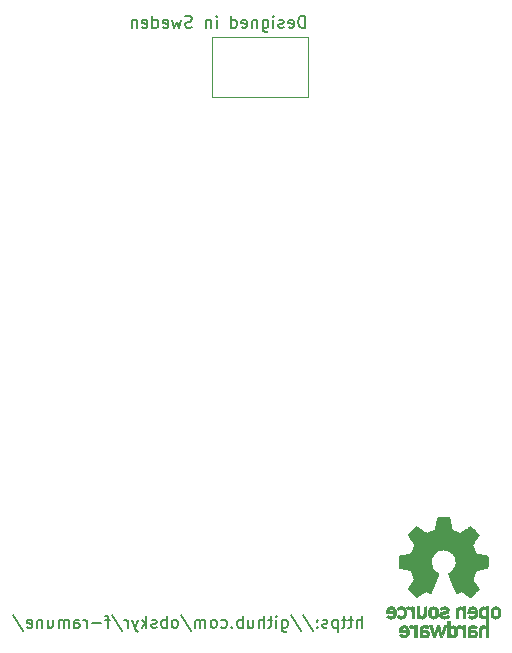
<source format=gbo>
G04 #@! TF.GenerationSoftware,KiCad,Pcbnew,(5.1.0)-1*
G04 #@! TF.CreationDate,2019-04-18T19:04:38-04:00*
G04 #@! TF.ProjectId,f-ramune_arduino,662d7261-6d75-46e6-955f-61726475696e,rev?*
G04 #@! TF.SameCoordinates,Original*
G04 #@! TF.FileFunction,Legend,Bot*
G04 #@! TF.FilePolarity,Positive*
%FSLAX46Y46*%
G04 Gerber Fmt 4.6, Leading zero omitted, Abs format (unit mm)*
G04 Created by KiCad (PCBNEW (5.1.0)-1) date 2019-04-18 19:04:38*
%MOMM*%
%LPD*%
G04 APERTURE LIST*
%ADD10C,0.120000*%
%ADD11C,0.150000*%
%ADD12C,0.010000*%
G04 APERTURE END LIST*
D10*
X145542000Y-83820000D02*
X145542000Y-78740000D01*
X153670000Y-83820000D02*
X145542000Y-83820000D01*
X153670000Y-78740000D02*
X153670000Y-83820000D01*
X145542000Y-78740000D02*
X153670000Y-78740000D01*
D11*
X153383333Y-77922380D02*
X153383333Y-76922380D01*
X153145238Y-76922380D01*
X153002380Y-76970000D01*
X152907142Y-77065238D01*
X152859523Y-77160476D01*
X152811904Y-77350952D01*
X152811904Y-77493809D01*
X152859523Y-77684285D01*
X152907142Y-77779523D01*
X153002380Y-77874761D01*
X153145238Y-77922380D01*
X153383333Y-77922380D01*
X152002380Y-77874761D02*
X152097619Y-77922380D01*
X152288095Y-77922380D01*
X152383333Y-77874761D01*
X152430952Y-77779523D01*
X152430952Y-77398571D01*
X152383333Y-77303333D01*
X152288095Y-77255714D01*
X152097619Y-77255714D01*
X152002380Y-77303333D01*
X151954761Y-77398571D01*
X151954761Y-77493809D01*
X152430952Y-77589047D01*
X151573809Y-77874761D02*
X151478571Y-77922380D01*
X151288095Y-77922380D01*
X151192857Y-77874761D01*
X151145238Y-77779523D01*
X151145238Y-77731904D01*
X151192857Y-77636666D01*
X151288095Y-77589047D01*
X151430952Y-77589047D01*
X151526190Y-77541428D01*
X151573809Y-77446190D01*
X151573809Y-77398571D01*
X151526190Y-77303333D01*
X151430952Y-77255714D01*
X151288095Y-77255714D01*
X151192857Y-77303333D01*
X150716666Y-77922380D02*
X150716666Y-77255714D01*
X150716666Y-76922380D02*
X150764285Y-76970000D01*
X150716666Y-77017619D01*
X150669047Y-76970000D01*
X150716666Y-76922380D01*
X150716666Y-77017619D01*
X149811904Y-77255714D02*
X149811904Y-78065238D01*
X149859523Y-78160476D01*
X149907142Y-78208095D01*
X150002380Y-78255714D01*
X150145238Y-78255714D01*
X150240476Y-78208095D01*
X149811904Y-77874761D02*
X149907142Y-77922380D01*
X150097619Y-77922380D01*
X150192857Y-77874761D01*
X150240476Y-77827142D01*
X150288095Y-77731904D01*
X150288095Y-77446190D01*
X150240476Y-77350952D01*
X150192857Y-77303333D01*
X150097619Y-77255714D01*
X149907142Y-77255714D01*
X149811904Y-77303333D01*
X149335714Y-77255714D02*
X149335714Y-77922380D01*
X149335714Y-77350952D02*
X149288095Y-77303333D01*
X149192857Y-77255714D01*
X149050000Y-77255714D01*
X148954761Y-77303333D01*
X148907142Y-77398571D01*
X148907142Y-77922380D01*
X148050000Y-77874761D02*
X148145238Y-77922380D01*
X148335714Y-77922380D01*
X148430952Y-77874761D01*
X148478571Y-77779523D01*
X148478571Y-77398571D01*
X148430952Y-77303333D01*
X148335714Y-77255714D01*
X148145238Y-77255714D01*
X148050000Y-77303333D01*
X148002380Y-77398571D01*
X148002380Y-77493809D01*
X148478571Y-77589047D01*
X147145238Y-77922380D02*
X147145238Y-76922380D01*
X147145238Y-77874761D02*
X147240476Y-77922380D01*
X147430952Y-77922380D01*
X147526190Y-77874761D01*
X147573809Y-77827142D01*
X147621428Y-77731904D01*
X147621428Y-77446190D01*
X147573809Y-77350952D01*
X147526190Y-77303333D01*
X147430952Y-77255714D01*
X147240476Y-77255714D01*
X147145238Y-77303333D01*
X145907142Y-77922380D02*
X145907142Y-77255714D01*
X145907142Y-76922380D02*
X145954761Y-76970000D01*
X145907142Y-77017619D01*
X145859523Y-76970000D01*
X145907142Y-76922380D01*
X145907142Y-77017619D01*
X145430952Y-77255714D02*
X145430952Y-77922380D01*
X145430952Y-77350952D02*
X145383333Y-77303333D01*
X145288095Y-77255714D01*
X145145238Y-77255714D01*
X145050000Y-77303333D01*
X145002380Y-77398571D01*
X145002380Y-77922380D01*
X143811904Y-77874761D02*
X143669047Y-77922380D01*
X143430952Y-77922380D01*
X143335714Y-77874761D01*
X143288095Y-77827142D01*
X143240476Y-77731904D01*
X143240476Y-77636666D01*
X143288095Y-77541428D01*
X143335714Y-77493809D01*
X143430952Y-77446190D01*
X143621428Y-77398571D01*
X143716666Y-77350952D01*
X143764285Y-77303333D01*
X143811904Y-77208095D01*
X143811904Y-77112857D01*
X143764285Y-77017619D01*
X143716666Y-76970000D01*
X143621428Y-76922380D01*
X143383333Y-76922380D01*
X143240476Y-76970000D01*
X142907142Y-77255714D02*
X142716666Y-77922380D01*
X142526190Y-77446190D01*
X142335714Y-77922380D01*
X142145238Y-77255714D01*
X141383333Y-77874761D02*
X141478571Y-77922380D01*
X141669047Y-77922380D01*
X141764285Y-77874761D01*
X141811904Y-77779523D01*
X141811904Y-77398571D01*
X141764285Y-77303333D01*
X141669047Y-77255714D01*
X141478571Y-77255714D01*
X141383333Y-77303333D01*
X141335714Y-77398571D01*
X141335714Y-77493809D01*
X141811904Y-77589047D01*
X140478571Y-77922380D02*
X140478571Y-76922380D01*
X140478571Y-77874761D02*
X140573809Y-77922380D01*
X140764285Y-77922380D01*
X140859523Y-77874761D01*
X140907142Y-77827142D01*
X140954761Y-77731904D01*
X140954761Y-77446190D01*
X140907142Y-77350952D01*
X140859523Y-77303333D01*
X140764285Y-77255714D01*
X140573809Y-77255714D01*
X140478571Y-77303333D01*
X139621428Y-77874761D02*
X139716666Y-77922380D01*
X139907142Y-77922380D01*
X140002380Y-77874761D01*
X140050000Y-77779523D01*
X140050000Y-77398571D01*
X140002380Y-77303333D01*
X139907142Y-77255714D01*
X139716666Y-77255714D01*
X139621428Y-77303333D01*
X139573809Y-77398571D01*
X139573809Y-77493809D01*
X140050000Y-77589047D01*
X139145238Y-77255714D02*
X139145238Y-77922380D01*
X139145238Y-77350952D02*
X139097619Y-77303333D01*
X139002380Y-77255714D01*
X138859523Y-77255714D01*
X138764285Y-77303333D01*
X138716666Y-77398571D01*
X138716666Y-77922380D01*
X158200476Y-128722380D02*
X158200476Y-127722380D01*
X157771904Y-128722380D02*
X157771904Y-128198571D01*
X157819523Y-128103333D01*
X157914761Y-128055714D01*
X158057619Y-128055714D01*
X158152857Y-128103333D01*
X158200476Y-128150952D01*
X157438571Y-128055714D02*
X157057619Y-128055714D01*
X157295714Y-127722380D02*
X157295714Y-128579523D01*
X157248095Y-128674761D01*
X157152857Y-128722380D01*
X157057619Y-128722380D01*
X156867142Y-128055714D02*
X156486190Y-128055714D01*
X156724285Y-127722380D02*
X156724285Y-128579523D01*
X156676666Y-128674761D01*
X156581428Y-128722380D01*
X156486190Y-128722380D01*
X156152857Y-128055714D02*
X156152857Y-129055714D01*
X156152857Y-128103333D02*
X156057619Y-128055714D01*
X155867142Y-128055714D01*
X155771904Y-128103333D01*
X155724285Y-128150952D01*
X155676666Y-128246190D01*
X155676666Y-128531904D01*
X155724285Y-128627142D01*
X155771904Y-128674761D01*
X155867142Y-128722380D01*
X156057619Y-128722380D01*
X156152857Y-128674761D01*
X155295714Y-128674761D02*
X155200476Y-128722380D01*
X155010000Y-128722380D01*
X154914761Y-128674761D01*
X154867142Y-128579523D01*
X154867142Y-128531904D01*
X154914761Y-128436666D01*
X155010000Y-128389047D01*
X155152857Y-128389047D01*
X155248095Y-128341428D01*
X155295714Y-128246190D01*
X155295714Y-128198571D01*
X155248095Y-128103333D01*
X155152857Y-128055714D01*
X155010000Y-128055714D01*
X154914761Y-128103333D01*
X154438571Y-128627142D02*
X154390952Y-128674761D01*
X154438571Y-128722380D01*
X154486190Y-128674761D01*
X154438571Y-128627142D01*
X154438571Y-128722380D01*
X154438571Y-128103333D02*
X154390952Y-128150952D01*
X154438571Y-128198571D01*
X154486190Y-128150952D01*
X154438571Y-128103333D01*
X154438571Y-128198571D01*
X153248095Y-127674761D02*
X154105238Y-128960476D01*
X152200476Y-127674761D02*
X153057619Y-128960476D01*
X151438571Y-128055714D02*
X151438571Y-128865238D01*
X151486190Y-128960476D01*
X151533809Y-129008095D01*
X151629047Y-129055714D01*
X151771904Y-129055714D01*
X151867142Y-129008095D01*
X151438571Y-128674761D02*
X151533809Y-128722380D01*
X151724285Y-128722380D01*
X151819523Y-128674761D01*
X151867142Y-128627142D01*
X151914761Y-128531904D01*
X151914761Y-128246190D01*
X151867142Y-128150952D01*
X151819523Y-128103333D01*
X151724285Y-128055714D01*
X151533809Y-128055714D01*
X151438571Y-128103333D01*
X150962380Y-128722380D02*
X150962380Y-128055714D01*
X150962380Y-127722380D02*
X151010000Y-127770000D01*
X150962380Y-127817619D01*
X150914761Y-127770000D01*
X150962380Y-127722380D01*
X150962380Y-127817619D01*
X150629047Y-128055714D02*
X150248095Y-128055714D01*
X150486190Y-127722380D02*
X150486190Y-128579523D01*
X150438571Y-128674761D01*
X150343333Y-128722380D01*
X150248095Y-128722380D01*
X149914761Y-128722380D02*
X149914761Y-127722380D01*
X149486190Y-128722380D02*
X149486190Y-128198571D01*
X149533809Y-128103333D01*
X149629047Y-128055714D01*
X149771904Y-128055714D01*
X149867142Y-128103333D01*
X149914761Y-128150952D01*
X148581428Y-128055714D02*
X148581428Y-128722380D01*
X149010000Y-128055714D02*
X149010000Y-128579523D01*
X148962380Y-128674761D01*
X148867142Y-128722380D01*
X148724285Y-128722380D01*
X148629047Y-128674761D01*
X148581428Y-128627142D01*
X148105238Y-128722380D02*
X148105238Y-127722380D01*
X148105238Y-128103333D02*
X148010000Y-128055714D01*
X147819523Y-128055714D01*
X147724285Y-128103333D01*
X147676666Y-128150952D01*
X147629047Y-128246190D01*
X147629047Y-128531904D01*
X147676666Y-128627142D01*
X147724285Y-128674761D01*
X147819523Y-128722380D01*
X148010000Y-128722380D01*
X148105238Y-128674761D01*
X147200476Y-128627142D02*
X147152857Y-128674761D01*
X147200476Y-128722380D01*
X147248095Y-128674761D01*
X147200476Y-128627142D01*
X147200476Y-128722380D01*
X146295714Y-128674761D02*
X146390952Y-128722380D01*
X146581428Y-128722380D01*
X146676666Y-128674761D01*
X146724285Y-128627142D01*
X146771904Y-128531904D01*
X146771904Y-128246190D01*
X146724285Y-128150952D01*
X146676666Y-128103333D01*
X146581428Y-128055714D01*
X146390952Y-128055714D01*
X146295714Y-128103333D01*
X145724285Y-128722380D02*
X145819523Y-128674761D01*
X145867142Y-128627142D01*
X145914761Y-128531904D01*
X145914761Y-128246190D01*
X145867142Y-128150952D01*
X145819523Y-128103333D01*
X145724285Y-128055714D01*
X145581428Y-128055714D01*
X145486190Y-128103333D01*
X145438571Y-128150952D01*
X145390952Y-128246190D01*
X145390952Y-128531904D01*
X145438571Y-128627142D01*
X145486190Y-128674761D01*
X145581428Y-128722380D01*
X145724285Y-128722380D01*
X144962380Y-128722380D02*
X144962380Y-128055714D01*
X144962380Y-128150952D02*
X144914761Y-128103333D01*
X144819523Y-128055714D01*
X144676666Y-128055714D01*
X144581428Y-128103333D01*
X144533809Y-128198571D01*
X144533809Y-128722380D01*
X144533809Y-128198571D02*
X144486190Y-128103333D01*
X144390952Y-128055714D01*
X144248095Y-128055714D01*
X144152857Y-128103333D01*
X144105238Y-128198571D01*
X144105238Y-128722380D01*
X142914761Y-127674761D02*
X143771904Y-128960476D01*
X142438571Y-128722380D02*
X142533809Y-128674761D01*
X142581428Y-128627142D01*
X142629047Y-128531904D01*
X142629047Y-128246190D01*
X142581428Y-128150952D01*
X142533809Y-128103333D01*
X142438571Y-128055714D01*
X142295714Y-128055714D01*
X142200476Y-128103333D01*
X142152857Y-128150952D01*
X142105238Y-128246190D01*
X142105238Y-128531904D01*
X142152857Y-128627142D01*
X142200476Y-128674761D01*
X142295714Y-128722380D01*
X142438571Y-128722380D01*
X141676666Y-128722380D02*
X141676666Y-127722380D01*
X141676666Y-128103333D02*
X141581428Y-128055714D01*
X141390952Y-128055714D01*
X141295714Y-128103333D01*
X141248095Y-128150952D01*
X141200476Y-128246190D01*
X141200476Y-128531904D01*
X141248095Y-128627142D01*
X141295714Y-128674761D01*
X141390952Y-128722380D01*
X141581428Y-128722380D01*
X141676666Y-128674761D01*
X140819523Y-128674761D02*
X140724285Y-128722380D01*
X140533809Y-128722380D01*
X140438571Y-128674761D01*
X140390952Y-128579523D01*
X140390952Y-128531904D01*
X140438571Y-128436666D01*
X140533809Y-128389047D01*
X140676666Y-128389047D01*
X140771904Y-128341428D01*
X140819523Y-128246190D01*
X140819523Y-128198571D01*
X140771904Y-128103333D01*
X140676666Y-128055714D01*
X140533809Y-128055714D01*
X140438571Y-128103333D01*
X139962380Y-128722380D02*
X139962380Y-127722380D01*
X139867142Y-128341428D02*
X139581428Y-128722380D01*
X139581428Y-128055714D02*
X139962380Y-128436666D01*
X139248095Y-128055714D02*
X139010000Y-128722380D01*
X138771904Y-128055714D02*
X139010000Y-128722380D01*
X139105238Y-128960476D01*
X139152857Y-129008095D01*
X139248095Y-129055714D01*
X138390952Y-128722380D02*
X138390952Y-128055714D01*
X138390952Y-128246190D02*
X138343333Y-128150952D01*
X138295714Y-128103333D01*
X138200476Y-128055714D01*
X138105238Y-128055714D01*
X137057619Y-127674761D02*
X137914761Y-128960476D01*
X136867142Y-128055714D02*
X136486190Y-128055714D01*
X136724285Y-128722380D02*
X136724285Y-127865238D01*
X136676666Y-127770000D01*
X136581428Y-127722380D01*
X136486190Y-127722380D01*
X136152857Y-128341428D02*
X135390952Y-128341428D01*
X134914761Y-128722380D02*
X134914761Y-128055714D01*
X134914761Y-128246190D02*
X134867142Y-128150952D01*
X134819523Y-128103333D01*
X134724285Y-128055714D01*
X134629047Y-128055714D01*
X133867142Y-128722380D02*
X133867142Y-128198571D01*
X133914761Y-128103333D01*
X134010000Y-128055714D01*
X134200476Y-128055714D01*
X134295714Y-128103333D01*
X133867142Y-128674761D02*
X133962380Y-128722380D01*
X134200476Y-128722380D01*
X134295714Y-128674761D01*
X134343333Y-128579523D01*
X134343333Y-128484285D01*
X134295714Y-128389047D01*
X134200476Y-128341428D01*
X133962380Y-128341428D01*
X133867142Y-128293809D01*
X133390952Y-128722380D02*
X133390952Y-128055714D01*
X133390952Y-128150952D02*
X133343333Y-128103333D01*
X133248095Y-128055714D01*
X133105238Y-128055714D01*
X133010000Y-128103333D01*
X132962380Y-128198571D01*
X132962380Y-128722380D01*
X132962380Y-128198571D02*
X132914761Y-128103333D01*
X132819523Y-128055714D01*
X132676666Y-128055714D01*
X132581428Y-128103333D01*
X132533809Y-128198571D01*
X132533809Y-128722380D01*
X131629047Y-128055714D02*
X131629047Y-128722380D01*
X132057619Y-128055714D02*
X132057619Y-128579523D01*
X132010000Y-128674761D01*
X131914761Y-128722380D01*
X131771904Y-128722380D01*
X131676666Y-128674761D01*
X131629047Y-128627142D01*
X131152857Y-128055714D02*
X131152857Y-128722380D01*
X131152857Y-128150952D02*
X131105238Y-128103333D01*
X131010000Y-128055714D01*
X130867142Y-128055714D01*
X130771904Y-128103333D01*
X130724285Y-128198571D01*
X130724285Y-128722380D01*
X129867142Y-128674761D02*
X129962380Y-128722380D01*
X130152857Y-128722380D01*
X130248095Y-128674761D01*
X130295714Y-128579523D01*
X130295714Y-128198571D01*
X130248095Y-128103333D01*
X130152857Y-128055714D01*
X129962380Y-128055714D01*
X129867142Y-128103333D01*
X129819523Y-128198571D01*
X129819523Y-128293809D01*
X130295714Y-128389047D01*
X128676666Y-127674761D02*
X129533809Y-128960476D01*
D12*
G36*
X164967813Y-119380103D02*
G01*
X164864979Y-119380477D01*
X164782755Y-119381215D01*
X164718745Y-119382412D01*
X164670554Y-119384162D01*
X164635787Y-119386559D01*
X164612049Y-119389697D01*
X164596945Y-119393671D01*
X164588079Y-119398575D01*
X164586558Y-119399957D01*
X164570605Y-119419606D01*
X164566600Y-119429136D01*
X164564348Y-119443284D01*
X164557929Y-119479617D01*
X164547853Y-119535357D01*
X164534627Y-119607723D01*
X164518760Y-119693934D01*
X164500761Y-119791212D01*
X164481137Y-119896775D01*
X164478059Y-119913293D01*
X164453355Y-120044403D01*
X164432418Y-120152255D01*
X164414846Y-120238647D01*
X164400237Y-120305377D01*
X164388189Y-120354241D01*
X164378299Y-120387038D01*
X164370165Y-120405565D01*
X164366934Y-120409760D01*
X164349584Y-120420017D01*
X164311881Y-120438217D01*
X164257080Y-120462928D01*
X164188434Y-120492717D01*
X164109196Y-120526150D01*
X164022619Y-120561795D01*
X164011984Y-120566116D01*
X163910658Y-120606927D01*
X163830159Y-120638601D01*
X163767965Y-120661995D01*
X163721553Y-120677969D01*
X163688400Y-120687381D01*
X163665984Y-120691091D01*
X163651782Y-120689957D01*
X163650034Y-120689356D01*
X163633154Y-120679720D01*
X163597882Y-120657287D01*
X163546707Y-120623718D01*
X163482122Y-120580673D01*
X163406615Y-120529815D01*
X163322679Y-120472803D01*
X163232803Y-120411299D01*
X163221505Y-120403537D01*
X163131868Y-120342163D01*
X163048542Y-120285575D01*
X162973893Y-120235347D01*
X162910289Y-120193050D01*
X162860096Y-120160257D01*
X162825683Y-120138540D01*
X162809414Y-120129472D01*
X162808670Y-120129300D01*
X162796918Y-120138000D01*
X162769290Y-120162816D01*
X162727788Y-120201821D01*
X162674415Y-120253088D01*
X162611172Y-120314688D01*
X162540061Y-120384696D01*
X162463084Y-120461182D01*
X162440626Y-120483624D01*
X162345319Y-120579376D01*
X162267187Y-120658812D01*
X162205066Y-120723195D01*
X162157795Y-120773785D01*
X162124212Y-120811846D01*
X162103154Y-120838638D01*
X162093460Y-120855423D01*
X162092670Y-120861449D01*
X162101074Y-120876949D01*
X162122313Y-120910866D01*
X162154753Y-120960740D01*
X162196763Y-121024109D01*
X162246711Y-121098514D01*
X162302964Y-121181494D01*
X162363889Y-121270588D01*
X162369379Y-121278580D01*
X162450882Y-121398024D01*
X162517447Y-121497442D01*
X162569298Y-121577189D01*
X162606658Y-121637615D01*
X162629753Y-121679075D01*
X162638804Y-121701923D01*
X162638961Y-121704030D01*
X162633691Y-121724756D01*
X162619517Y-121764862D01*
X162598032Y-121820617D01*
X162570829Y-121888293D01*
X162539503Y-121964160D01*
X162505647Y-122044487D01*
X162470856Y-122125546D01*
X162436723Y-122203607D01*
X162404842Y-122274940D01*
X162376807Y-122335815D01*
X162354212Y-122382503D01*
X162338651Y-122411275D01*
X162333886Y-122417899D01*
X162319280Y-122425637D01*
X162287923Y-122435591D01*
X162238415Y-122448072D01*
X162169353Y-122463393D01*
X162079336Y-122481865D01*
X161966963Y-122503801D01*
X161840064Y-122527787D01*
X161733551Y-122547837D01*
X161634731Y-122566724D01*
X161546428Y-122583889D01*
X161471465Y-122598770D01*
X161412666Y-122610805D01*
X161372854Y-122619433D01*
X161354855Y-122624093D01*
X161354289Y-122624362D01*
X161350371Y-122638488D01*
X161347139Y-122675858D01*
X161344583Y-122736868D01*
X161342691Y-122821912D01*
X161341454Y-122931386D01*
X161340860Y-123065685D01*
X161340800Y-123132044D01*
X161340934Y-123261300D01*
X161341385Y-123367374D01*
X161342231Y-123452483D01*
X161343548Y-123518845D01*
X161345414Y-123568677D01*
X161347905Y-123604195D01*
X161351098Y-123627617D01*
X161355071Y-123641160D01*
X161358628Y-123646185D01*
X161374836Y-123651836D01*
X161413128Y-123661413D01*
X161470600Y-123674303D01*
X161544344Y-123689890D01*
X161631455Y-123707562D01*
X161729028Y-123726704D01*
X161834155Y-123746702D01*
X161835147Y-123746888D01*
X161960352Y-123770748D01*
X162069097Y-123792315D01*
X162159789Y-123811239D01*
X162230837Y-123827172D01*
X162280650Y-123839767D01*
X162307634Y-123848674D01*
X162311675Y-123851122D01*
X162322073Y-123868823D01*
X162339852Y-123906693D01*
X162363572Y-123961080D01*
X162391793Y-124028335D01*
X162423076Y-124104806D01*
X162455979Y-124186842D01*
X162489065Y-124270793D01*
X162520893Y-124353008D01*
X162550023Y-124429837D01*
X162575015Y-124497627D01*
X162594431Y-124552730D01*
X162606829Y-124591494D01*
X162610800Y-124609607D01*
X162605416Y-124627799D01*
X162588808Y-124660424D01*
X162560296Y-124708567D01*
X162519199Y-124773312D01*
X162464836Y-124855743D01*
X162396527Y-124956945D01*
X162350450Y-125024377D01*
X162290670Y-125112100D01*
X162235724Y-125193780D01*
X162187230Y-125266934D01*
X162146805Y-125329077D01*
X162116065Y-125377724D01*
X162096627Y-125410391D01*
X162090100Y-125424446D01*
X162098826Y-125437654D01*
X162123710Y-125466638D01*
X162162815Y-125509354D01*
X162214202Y-125563755D01*
X162275931Y-125627795D01*
X162346066Y-125699428D01*
X162422667Y-125776608D01*
X162443497Y-125797424D01*
X162535654Y-125889085D01*
X162611663Y-125963978D01*
X162673094Y-126023535D01*
X162721520Y-126069187D01*
X162758510Y-126102363D01*
X162785638Y-126124494D01*
X162804475Y-126137010D01*
X162816591Y-126141342D01*
X162820771Y-126140831D01*
X162836556Y-126131679D01*
X162870660Y-126109799D01*
X162920511Y-126076908D01*
X162983538Y-126034726D01*
X163057169Y-125984973D01*
X163138833Y-125929368D01*
X163210828Y-125880034D01*
X163297211Y-125821178D01*
X163377840Y-125767210D01*
X163450131Y-125719784D01*
X163511502Y-125680554D01*
X163559371Y-125651177D01*
X163591154Y-125633307D01*
X163603500Y-125628400D01*
X163623712Y-125634142D01*
X163661519Y-125649944D01*
X163712235Y-125673667D01*
X163771173Y-125703171D01*
X163798250Y-125717300D01*
X163858592Y-125748539D01*
X163911973Y-125774976D01*
X163953942Y-125794497D01*
X163980049Y-125804988D01*
X163985462Y-125806200D01*
X164000896Y-125795105D01*
X164019883Y-125765817D01*
X164032276Y-125739525D01*
X164094415Y-125590563D01*
X164157140Y-125439703D01*
X164219691Y-125288804D01*
X164281309Y-125139727D01*
X164341233Y-124994330D01*
X164398705Y-124854475D01*
X164452964Y-124722021D01*
X164503250Y-124598828D01*
X164548805Y-124486755D01*
X164588868Y-124387662D01*
X164622679Y-124303410D01*
X164649480Y-124235858D01*
X164668509Y-124186866D01*
X164679008Y-124158295D01*
X164680900Y-124151624D01*
X164670875Y-124132758D01*
X164645368Y-124108905D01*
X164627790Y-124096591D01*
X164478806Y-123992158D01*
X164353510Y-123881273D01*
X164250629Y-123762170D01*
X164168887Y-123633085D01*
X164107011Y-123492251D01*
X164063724Y-123337906D01*
X164057490Y-123306876D01*
X164049185Y-123232975D01*
X164047849Y-123143728D01*
X164052957Y-123048058D01*
X164063980Y-122954886D01*
X164080392Y-122873135D01*
X164083886Y-122860291D01*
X164139957Y-122708433D01*
X164216489Y-122569859D01*
X164311467Y-122446089D01*
X164422875Y-122338646D01*
X164548699Y-122249050D01*
X164686922Y-122178824D01*
X164835530Y-122129489D01*
X164992507Y-122102568D01*
X165093650Y-122097799D01*
X165254823Y-122109987D01*
X165408883Y-122145537D01*
X165553812Y-122202925D01*
X165687598Y-122280632D01*
X165808224Y-122377134D01*
X165913675Y-122490911D01*
X166001936Y-122620440D01*
X166070992Y-122764200D01*
X166103415Y-122860291D01*
X166120743Y-122939031D01*
X166132777Y-123030802D01*
X166138991Y-123126681D01*
X166138858Y-123217747D01*
X166131848Y-123295076D01*
X166129811Y-123306876D01*
X166089916Y-123463991D01*
X166031673Y-123607259D01*
X165953807Y-123738442D01*
X165855045Y-123859308D01*
X165734110Y-123971620D01*
X165589729Y-124077144D01*
X165559511Y-124096591D01*
X165528549Y-124120196D01*
X165509408Y-124142608D01*
X165506400Y-124151624D01*
X165511157Y-124166430D01*
X165524922Y-124202823D01*
X165546934Y-124258944D01*
X165576434Y-124332932D01*
X165612662Y-124422928D01*
X165654859Y-124527071D01*
X165702264Y-124643503D01*
X165754119Y-124770362D01*
X165809663Y-124905789D01*
X165868137Y-125047925D01*
X165928781Y-125194910D01*
X165990834Y-125344883D01*
X166053539Y-125495984D01*
X166116134Y-125646355D01*
X166155025Y-125739525D01*
X166174053Y-125777514D01*
X166192298Y-125801251D01*
X166201839Y-125806200D01*
X166219285Y-125800501D01*
X166254612Y-125784814D01*
X166303369Y-125761252D01*
X166361105Y-125731928D01*
X166389050Y-125717300D01*
X166450108Y-125685944D01*
X166504984Y-125659438D01*
X166548994Y-125639920D01*
X166577453Y-125629529D01*
X166583801Y-125628400D01*
X166600178Y-125635396D01*
X166634797Y-125655280D01*
X166685074Y-125686399D01*
X166748427Y-125727096D01*
X166822273Y-125775717D01*
X166904030Y-125830607D01*
X166976473Y-125880034D01*
X167062849Y-125939188D01*
X167143325Y-125993917D01*
X167215330Y-126042501D01*
X167276292Y-126083220D01*
X167323640Y-126114355D01*
X167354803Y-126134187D01*
X167366530Y-126140831D01*
X167375764Y-126140201D01*
X167390898Y-126132134D01*
X167413503Y-126115199D01*
X167445150Y-126087966D01*
X167487412Y-126049003D01*
X167541860Y-125996881D01*
X167610066Y-125930170D01*
X167693600Y-125847438D01*
X167743804Y-125797424D01*
X167821775Y-125719132D01*
X167893785Y-125645853D01*
X167957897Y-125579633D01*
X168012172Y-125522517D01*
X168054671Y-125476552D01*
X168083456Y-125443784D01*
X168096589Y-125426258D01*
X168097200Y-125424446D01*
X168090229Y-125409593D01*
X168070392Y-125376357D01*
X168039306Y-125327224D01*
X167998588Y-125264678D01*
X167949855Y-125191202D01*
X167894723Y-125109282D01*
X167836850Y-125024377D01*
X167760175Y-124911838D01*
X167697840Y-124818696D01*
X167649164Y-124743868D01*
X167613466Y-124686269D01*
X167590065Y-124644813D01*
X167578281Y-124618417D01*
X167576500Y-124609607D01*
X167581153Y-124589144D01*
X167594149Y-124548976D01*
X167614051Y-124492754D01*
X167639418Y-124424128D01*
X167668810Y-124346749D01*
X167700787Y-124264267D01*
X167733910Y-124180334D01*
X167766740Y-124098600D01*
X167797835Y-124022716D01*
X167825757Y-123956333D01*
X167849066Y-123903102D01*
X167866322Y-123866673D01*
X167875626Y-123851122D01*
X167893056Y-123843783D01*
X167933949Y-123832618D01*
X167996713Y-123817975D01*
X168079756Y-123800203D01*
X168181487Y-123779650D01*
X168300314Y-123756663D01*
X168352154Y-123746888D01*
X168457337Y-123726885D01*
X168554992Y-123707733D01*
X168642212Y-123690044D01*
X168716093Y-123674435D01*
X168773727Y-123661517D01*
X168812209Y-123651907D01*
X168828633Y-123646217D01*
X168828673Y-123646185D01*
X168833284Y-123638625D01*
X168837057Y-123622858D01*
X168840071Y-123596667D01*
X168842401Y-123557834D01*
X168844125Y-123504142D01*
X168845319Y-123433375D01*
X168846061Y-123343315D01*
X168846427Y-123231745D01*
X168846501Y-123132044D01*
X168846184Y-122986808D01*
X168845229Y-122866570D01*
X168843624Y-122770933D01*
X168841358Y-122699503D01*
X168838421Y-122651885D01*
X168834804Y-122627683D01*
X168833012Y-122624362D01*
X168817868Y-122620225D01*
X168780567Y-122612052D01*
X168723934Y-122600402D01*
X168650791Y-122585839D01*
X168563965Y-122568922D01*
X168466277Y-122550215D01*
X168360552Y-122530277D01*
X168347237Y-122527787D01*
X168212632Y-122502322D01*
X168101697Y-122480612D01*
X168013032Y-122462346D01*
X167945233Y-122447212D01*
X167896901Y-122434898D01*
X167866632Y-122425092D01*
X167853415Y-122417899D01*
X167842118Y-122399860D01*
X167822962Y-122361975D01*
X167797543Y-122307974D01*
X167767453Y-122241585D01*
X167734286Y-122166539D01*
X167699636Y-122086566D01*
X167665098Y-122005394D01*
X167632264Y-121926754D01*
X167602729Y-121854375D01*
X167578087Y-121791987D01*
X167559931Y-121743320D01*
X167549856Y-121712102D01*
X167548340Y-121704030D01*
X167554962Y-121684397D01*
X167575587Y-121646213D01*
X167610440Y-121589124D01*
X167659744Y-121512778D01*
X167723723Y-121416821D01*
X167802601Y-121300899D01*
X167817922Y-121278580D01*
X167879178Y-121189068D01*
X167935904Y-121105456D01*
X167986468Y-121030204D01*
X168029236Y-120965773D01*
X168062578Y-120914622D01*
X168084860Y-120879213D01*
X168094450Y-120862006D01*
X168094631Y-120861449D01*
X168091530Y-120850346D01*
X168077800Y-120830035D01*
X168052281Y-120799254D01*
X168013809Y-120756741D01*
X167961223Y-120701236D01*
X167893362Y-120631475D01*
X167809062Y-120546198D01*
X167746675Y-120483624D01*
X167668408Y-120405660D01*
X167595443Y-120333633D01*
X167529782Y-120269471D01*
X167473427Y-120215100D01*
X167428380Y-120172447D01*
X167396643Y-120143441D01*
X167380218Y-120130008D01*
X167378631Y-120129300D01*
X167365383Y-120136270D01*
X167333622Y-120156132D01*
X167285717Y-120187314D01*
X167224033Y-120228243D01*
X167150939Y-120277346D01*
X167068800Y-120333053D01*
X166979985Y-120393789D01*
X166965796Y-120403537D01*
X166875363Y-120465476D01*
X166790565Y-120523128D01*
X166713892Y-120574829D01*
X166647835Y-120618921D01*
X166594884Y-120653740D01*
X166557530Y-120677627D01*
X166538263Y-120688919D01*
X166537267Y-120689356D01*
X166524191Y-120691215D01*
X166503323Y-120688374D01*
X166472138Y-120679974D01*
X166428116Y-120665155D01*
X166368733Y-120643060D01*
X166291466Y-120612829D01*
X166193794Y-120573603D01*
X166175317Y-120566116D01*
X166088079Y-120530299D01*
X166007787Y-120496519D01*
X165937696Y-120466208D01*
X165881061Y-120440801D01*
X165841136Y-120421732D01*
X165821175Y-120410435D01*
X165820284Y-120409677D01*
X165812815Y-120397125D01*
X165803808Y-120371295D01*
X165792856Y-120330370D01*
X165779552Y-120272531D01*
X165763488Y-120195962D01*
X165744257Y-120098844D01*
X165721452Y-119979359D01*
X165709159Y-119913755D01*
X165689338Y-119807227D01*
X165671065Y-119708541D01*
X165654850Y-119620485D01*
X165641202Y-119545844D01*
X165630630Y-119487405D01*
X165623643Y-119447952D01*
X165620750Y-119430274D01*
X165620700Y-119429682D01*
X165612678Y-119413843D01*
X165600743Y-119399957D01*
X165593062Y-119394806D01*
X165579741Y-119390608D01*
X165558384Y-119387270D01*
X165526596Y-119384696D01*
X165481983Y-119382794D01*
X165422149Y-119381467D01*
X165344700Y-119380624D01*
X165247239Y-119380168D01*
X165127372Y-119380005D01*
X165093650Y-119380000D01*
X164967813Y-119380103D01*
X164967813Y-119380103D01*
G37*
X164967813Y-119380103D02*
X164864979Y-119380477D01*
X164782755Y-119381215D01*
X164718745Y-119382412D01*
X164670554Y-119384162D01*
X164635787Y-119386559D01*
X164612049Y-119389697D01*
X164596945Y-119393671D01*
X164588079Y-119398575D01*
X164586558Y-119399957D01*
X164570605Y-119419606D01*
X164566600Y-119429136D01*
X164564348Y-119443284D01*
X164557929Y-119479617D01*
X164547853Y-119535357D01*
X164534627Y-119607723D01*
X164518760Y-119693934D01*
X164500761Y-119791212D01*
X164481137Y-119896775D01*
X164478059Y-119913293D01*
X164453355Y-120044403D01*
X164432418Y-120152255D01*
X164414846Y-120238647D01*
X164400237Y-120305377D01*
X164388189Y-120354241D01*
X164378299Y-120387038D01*
X164370165Y-120405565D01*
X164366934Y-120409760D01*
X164349584Y-120420017D01*
X164311881Y-120438217D01*
X164257080Y-120462928D01*
X164188434Y-120492717D01*
X164109196Y-120526150D01*
X164022619Y-120561795D01*
X164011984Y-120566116D01*
X163910658Y-120606927D01*
X163830159Y-120638601D01*
X163767965Y-120661995D01*
X163721553Y-120677969D01*
X163688400Y-120687381D01*
X163665984Y-120691091D01*
X163651782Y-120689957D01*
X163650034Y-120689356D01*
X163633154Y-120679720D01*
X163597882Y-120657287D01*
X163546707Y-120623718D01*
X163482122Y-120580673D01*
X163406615Y-120529815D01*
X163322679Y-120472803D01*
X163232803Y-120411299D01*
X163221505Y-120403537D01*
X163131868Y-120342163D01*
X163048542Y-120285575D01*
X162973893Y-120235347D01*
X162910289Y-120193050D01*
X162860096Y-120160257D01*
X162825683Y-120138540D01*
X162809414Y-120129472D01*
X162808670Y-120129300D01*
X162796918Y-120138000D01*
X162769290Y-120162816D01*
X162727788Y-120201821D01*
X162674415Y-120253088D01*
X162611172Y-120314688D01*
X162540061Y-120384696D01*
X162463084Y-120461182D01*
X162440626Y-120483624D01*
X162345319Y-120579376D01*
X162267187Y-120658812D01*
X162205066Y-120723195D01*
X162157795Y-120773785D01*
X162124212Y-120811846D01*
X162103154Y-120838638D01*
X162093460Y-120855423D01*
X162092670Y-120861449D01*
X162101074Y-120876949D01*
X162122313Y-120910866D01*
X162154753Y-120960740D01*
X162196763Y-121024109D01*
X162246711Y-121098514D01*
X162302964Y-121181494D01*
X162363889Y-121270588D01*
X162369379Y-121278580D01*
X162450882Y-121398024D01*
X162517447Y-121497442D01*
X162569298Y-121577189D01*
X162606658Y-121637615D01*
X162629753Y-121679075D01*
X162638804Y-121701923D01*
X162638961Y-121704030D01*
X162633691Y-121724756D01*
X162619517Y-121764862D01*
X162598032Y-121820617D01*
X162570829Y-121888293D01*
X162539503Y-121964160D01*
X162505647Y-122044487D01*
X162470856Y-122125546D01*
X162436723Y-122203607D01*
X162404842Y-122274940D01*
X162376807Y-122335815D01*
X162354212Y-122382503D01*
X162338651Y-122411275D01*
X162333886Y-122417899D01*
X162319280Y-122425637D01*
X162287923Y-122435591D01*
X162238415Y-122448072D01*
X162169353Y-122463393D01*
X162079336Y-122481865D01*
X161966963Y-122503801D01*
X161840064Y-122527787D01*
X161733551Y-122547837D01*
X161634731Y-122566724D01*
X161546428Y-122583889D01*
X161471465Y-122598770D01*
X161412666Y-122610805D01*
X161372854Y-122619433D01*
X161354855Y-122624093D01*
X161354289Y-122624362D01*
X161350371Y-122638488D01*
X161347139Y-122675858D01*
X161344583Y-122736868D01*
X161342691Y-122821912D01*
X161341454Y-122931386D01*
X161340860Y-123065685D01*
X161340800Y-123132044D01*
X161340934Y-123261300D01*
X161341385Y-123367374D01*
X161342231Y-123452483D01*
X161343548Y-123518845D01*
X161345414Y-123568677D01*
X161347905Y-123604195D01*
X161351098Y-123627617D01*
X161355071Y-123641160D01*
X161358628Y-123646185D01*
X161374836Y-123651836D01*
X161413128Y-123661413D01*
X161470600Y-123674303D01*
X161544344Y-123689890D01*
X161631455Y-123707562D01*
X161729028Y-123726704D01*
X161834155Y-123746702D01*
X161835147Y-123746888D01*
X161960352Y-123770748D01*
X162069097Y-123792315D01*
X162159789Y-123811239D01*
X162230837Y-123827172D01*
X162280650Y-123839767D01*
X162307634Y-123848674D01*
X162311675Y-123851122D01*
X162322073Y-123868823D01*
X162339852Y-123906693D01*
X162363572Y-123961080D01*
X162391793Y-124028335D01*
X162423076Y-124104806D01*
X162455979Y-124186842D01*
X162489065Y-124270793D01*
X162520893Y-124353008D01*
X162550023Y-124429837D01*
X162575015Y-124497627D01*
X162594431Y-124552730D01*
X162606829Y-124591494D01*
X162610800Y-124609607D01*
X162605416Y-124627799D01*
X162588808Y-124660424D01*
X162560296Y-124708567D01*
X162519199Y-124773312D01*
X162464836Y-124855743D01*
X162396527Y-124956945D01*
X162350450Y-125024377D01*
X162290670Y-125112100D01*
X162235724Y-125193780D01*
X162187230Y-125266934D01*
X162146805Y-125329077D01*
X162116065Y-125377724D01*
X162096627Y-125410391D01*
X162090100Y-125424446D01*
X162098826Y-125437654D01*
X162123710Y-125466638D01*
X162162815Y-125509354D01*
X162214202Y-125563755D01*
X162275931Y-125627795D01*
X162346066Y-125699428D01*
X162422667Y-125776608D01*
X162443497Y-125797424D01*
X162535654Y-125889085D01*
X162611663Y-125963978D01*
X162673094Y-126023535D01*
X162721520Y-126069187D01*
X162758510Y-126102363D01*
X162785638Y-126124494D01*
X162804475Y-126137010D01*
X162816591Y-126141342D01*
X162820771Y-126140831D01*
X162836556Y-126131679D01*
X162870660Y-126109799D01*
X162920511Y-126076908D01*
X162983538Y-126034726D01*
X163057169Y-125984973D01*
X163138833Y-125929368D01*
X163210828Y-125880034D01*
X163297211Y-125821178D01*
X163377840Y-125767210D01*
X163450131Y-125719784D01*
X163511502Y-125680554D01*
X163559371Y-125651177D01*
X163591154Y-125633307D01*
X163603500Y-125628400D01*
X163623712Y-125634142D01*
X163661519Y-125649944D01*
X163712235Y-125673667D01*
X163771173Y-125703171D01*
X163798250Y-125717300D01*
X163858592Y-125748539D01*
X163911973Y-125774976D01*
X163953942Y-125794497D01*
X163980049Y-125804988D01*
X163985462Y-125806200D01*
X164000896Y-125795105D01*
X164019883Y-125765817D01*
X164032276Y-125739525D01*
X164094415Y-125590563D01*
X164157140Y-125439703D01*
X164219691Y-125288804D01*
X164281309Y-125139727D01*
X164341233Y-124994330D01*
X164398705Y-124854475D01*
X164452964Y-124722021D01*
X164503250Y-124598828D01*
X164548805Y-124486755D01*
X164588868Y-124387662D01*
X164622679Y-124303410D01*
X164649480Y-124235858D01*
X164668509Y-124186866D01*
X164679008Y-124158295D01*
X164680900Y-124151624D01*
X164670875Y-124132758D01*
X164645368Y-124108905D01*
X164627790Y-124096591D01*
X164478806Y-123992158D01*
X164353510Y-123881273D01*
X164250629Y-123762170D01*
X164168887Y-123633085D01*
X164107011Y-123492251D01*
X164063724Y-123337906D01*
X164057490Y-123306876D01*
X164049185Y-123232975D01*
X164047849Y-123143728D01*
X164052957Y-123048058D01*
X164063980Y-122954886D01*
X164080392Y-122873135D01*
X164083886Y-122860291D01*
X164139957Y-122708433D01*
X164216489Y-122569859D01*
X164311467Y-122446089D01*
X164422875Y-122338646D01*
X164548699Y-122249050D01*
X164686922Y-122178824D01*
X164835530Y-122129489D01*
X164992507Y-122102568D01*
X165093650Y-122097799D01*
X165254823Y-122109987D01*
X165408883Y-122145537D01*
X165553812Y-122202925D01*
X165687598Y-122280632D01*
X165808224Y-122377134D01*
X165913675Y-122490911D01*
X166001936Y-122620440D01*
X166070992Y-122764200D01*
X166103415Y-122860291D01*
X166120743Y-122939031D01*
X166132777Y-123030802D01*
X166138991Y-123126681D01*
X166138858Y-123217747D01*
X166131848Y-123295076D01*
X166129811Y-123306876D01*
X166089916Y-123463991D01*
X166031673Y-123607259D01*
X165953807Y-123738442D01*
X165855045Y-123859308D01*
X165734110Y-123971620D01*
X165589729Y-124077144D01*
X165559511Y-124096591D01*
X165528549Y-124120196D01*
X165509408Y-124142608D01*
X165506400Y-124151624D01*
X165511157Y-124166430D01*
X165524922Y-124202823D01*
X165546934Y-124258944D01*
X165576434Y-124332932D01*
X165612662Y-124422928D01*
X165654859Y-124527071D01*
X165702264Y-124643503D01*
X165754119Y-124770362D01*
X165809663Y-124905789D01*
X165868137Y-125047925D01*
X165928781Y-125194910D01*
X165990834Y-125344883D01*
X166053539Y-125495984D01*
X166116134Y-125646355D01*
X166155025Y-125739525D01*
X166174053Y-125777514D01*
X166192298Y-125801251D01*
X166201839Y-125806200D01*
X166219285Y-125800501D01*
X166254612Y-125784814D01*
X166303369Y-125761252D01*
X166361105Y-125731928D01*
X166389050Y-125717300D01*
X166450108Y-125685944D01*
X166504984Y-125659438D01*
X166548994Y-125639920D01*
X166577453Y-125629529D01*
X166583801Y-125628400D01*
X166600178Y-125635396D01*
X166634797Y-125655280D01*
X166685074Y-125686399D01*
X166748427Y-125727096D01*
X166822273Y-125775717D01*
X166904030Y-125830607D01*
X166976473Y-125880034D01*
X167062849Y-125939188D01*
X167143325Y-125993917D01*
X167215330Y-126042501D01*
X167276292Y-126083220D01*
X167323640Y-126114355D01*
X167354803Y-126134187D01*
X167366530Y-126140831D01*
X167375764Y-126140201D01*
X167390898Y-126132134D01*
X167413503Y-126115199D01*
X167445150Y-126087966D01*
X167487412Y-126049003D01*
X167541860Y-125996881D01*
X167610066Y-125930170D01*
X167693600Y-125847438D01*
X167743804Y-125797424D01*
X167821775Y-125719132D01*
X167893785Y-125645853D01*
X167957897Y-125579633D01*
X168012172Y-125522517D01*
X168054671Y-125476552D01*
X168083456Y-125443784D01*
X168096589Y-125426258D01*
X168097200Y-125424446D01*
X168090229Y-125409593D01*
X168070392Y-125376357D01*
X168039306Y-125327224D01*
X167998588Y-125264678D01*
X167949855Y-125191202D01*
X167894723Y-125109282D01*
X167836850Y-125024377D01*
X167760175Y-124911838D01*
X167697840Y-124818696D01*
X167649164Y-124743868D01*
X167613466Y-124686269D01*
X167590065Y-124644813D01*
X167578281Y-124618417D01*
X167576500Y-124609607D01*
X167581153Y-124589144D01*
X167594149Y-124548976D01*
X167614051Y-124492754D01*
X167639418Y-124424128D01*
X167668810Y-124346749D01*
X167700787Y-124264267D01*
X167733910Y-124180334D01*
X167766740Y-124098600D01*
X167797835Y-124022716D01*
X167825757Y-123956333D01*
X167849066Y-123903102D01*
X167866322Y-123866673D01*
X167875626Y-123851122D01*
X167893056Y-123843783D01*
X167933949Y-123832618D01*
X167996713Y-123817975D01*
X168079756Y-123800203D01*
X168181487Y-123779650D01*
X168300314Y-123756663D01*
X168352154Y-123746888D01*
X168457337Y-123726885D01*
X168554992Y-123707733D01*
X168642212Y-123690044D01*
X168716093Y-123674435D01*
X168773727Y-123661517D01*
X168812209Y-123651907D01*
X168828633Y-123646217D01*
X168828673Y-123646185D01*
X168833284Y-123638625D01*
X168837057Y-123622858D01*
X168840071Y-123596667D01*
X168842401Y-123557834D01*
X168844125Y-123504142D01*
X168845319Y-123433375D01*
X168846061Y-123343315D01*
X168846427Y-123231745D01*
X168846501Y-123132044D01*
X168846184Y-122986808D01*
X168845229Y-122866570D01*
X168843624Y-122770933D01*
X168841358Y-122699503D01*
X168838421Y-122651885D01*
X168834804Y-122627683D01*
X168833012Y-122624362D01*
X168817868Y-122620225D01*
X168780567Y-122612052D01*
X168723934Y-122600402D01*
X168650791Y-122585839D01*
X168563965Y-122568922D01*
X168466277Y-122550215D01*
X168360552Y-122530277D01*
X168347237Y-122527787D01*
X168212632Y-122502322D01*
X168101697Y-122480612D01*
X168013032Y-122462346D01*
X167945233Y-122447212D01*
X167896901Y-122434898D01*
X167866632Y-122425092D01*
X167853415Y-122417899D01*
X167842118Y-122399860D01*
X167822962Y-122361975D01*
X167797543Y-122307974D01*
X167767453Y-122241585D01*
X167734286Y-122166539D01*
X167699636Y-122086566D01*
X167665098Y-122005394D01*
X167632264Y-121926754D01*
X167602729Y-121854375D01*
X167578087Y-121791987D01*
X167559931Y-121743320D01*
X167549856Y-121712102D01*
X167548340Y-121704030D01*
X167554962Y-121684397D01*
X167575587Y-121646213D01*
X167610440Y-121589124D01*
X167659744Y-121512778D01*
X167723723Y-121416821D01*
X167802601Y-121300899D01*
X167817922Y-121278580D01*
X167879178Y-121189068D01*
X167935904Y-121105456D01*
X167986468Y-121030204D01*
X168029236Y-120965773D01*
X168062578Y-120914622D01*
X168084860Y-120879213D01*
X168094450Y-120862006D01*
X168094631Y-120861449D01*
X168091530Y-120850346D01*
X168077800Y-120830035D01*
X168052281Y-120799254D01*
X168013809Y-120756741D01*
X167961223Y-120701236D01*
X167893362Y-120631475D01*
X167809062Y-120546198D01*
X167746675Y-120483624D01*
X167668408Y-120405660D01*
X167595443Y-120333633D01*
X167529782Y-120269471D01*
X167473427Y-120215100D01*
X167428380Y-120172447D01*
X167396643Y-120143441D01*
X167380218Y-120130008D01*
X167378631Y-120129300D01*
X167365383Y-120136270D01*
X167333622Y-120156132D01*
X167285717Y-120187314D01*
X167224033Y-120228243D01*
X167150939Y-120277346D01*
X167068800Y-120333053D01*
X166979985Y-120393789D01*
X166965796Y-120403537D01*
X166875363Y-120465476D01*
X166790565Y-120523128D01*
X166713892Y-120574829D01*
X166647835Y-120618921D01*
X166594884Y-120653740D01*
X166557530Y-120677627D01*
X166538263Y-120688919D01*
X166537267Y-120689356D01*
X166524191Y-120691215D01*
X166503323Y-120688374D01*
X166472138Y-120679974D01*
X166428116Y-120665155D01*
X166368733Y-120643060D01*
X166291466Y-120612829D01*
X166193794Y-120573603D01*
X166175317Y-120566116D01*
X166088079Y-120530299D01*
X166007787Y-120496519D01*
X165937696Y-120466208D01*
X165881061Y-120440801D01*
X165841136Y-120421732D01*
X165821175Y-120410435D01*
X165820284Y-120409677D01*
X165812815Y-120397125D01*
X165803808Y-120371295D01*
X165792856Y-120330370D01*
X165779552Y-120272531D01*
X165763488Y-120195962D01*
X165744257Y-120098844D01*
X165721452Y-119979359D01*
X165709159Y-119913755D01*
X165689338Y-119807227D01*
X165671065Y-119708541D01*
X165654850Y-119620485D01*
X165641202Y-119545844D01*
X165630630Y-119487405D01*
X165623643Y-119447952D01*
X165620750Y-119430274D01*
X165620700Y-119429682D01*
X165612678Y-119413843D01*
X165600743Y-119399957D01*
X165593062Y-119394806D01*
X165579741Y-119390608D01*
X165558384Y-119387270D01*
X165526596Y-119384696D01*
X165481983Y-119382794D01*
X165422149Y-119381467D01*
X165344700Y-119380624D01*
X165247239Y-119380168D01*
X165127372Y-119380005D01*
X165093650Y-119380000D01*
X164967813Y-119380103D01*
G36*
X162085090Y-126927198D02*
G01*
X162023347Y-126947619D01*
X162006864Y-126955329D01*
X161937229Y-126989399D01*
X161974630Y-127035974D01*
X162007730Y-127076619D01*
X162042411Y-127118383D01*
X162049241Y-127126481D01*
X162086451Y-127170412D01*
X162123201Y-127146292D01*
X162178164Y-127124361D01*
X162239094Y-127122723D01*
X162299351Y-127139621D01*
X162352291Y-127173299D01*
X162388101Y-127216349D01*
X162395914Y-127231211D01*
X162402053Y-127248211D01*
X162406771Y-127270571D01*
X162410320Y-127301514D01*
X162412954Y-127344262D01*
X162414925Y-127402037D01*
X162416486Y-127478063D01*
X162417890Y-127575560D01*
X162418201Y-127600075D01*
X162422451Y-127939800D01*
X162517024Y-127939800D01*
X162574559Y-127937736D01*
X162607951Y-127931448D01*
X162617703Y-127923889D01*
X162618980Y-127908012D01*
X162619996Y-127869596D01*
X162620736Y-127811502D01*
X162621183Y-127736590D01*
X162621322Y-127647721D01*
X162621138Y-127547754D01*
X162620613Y-127439550D01*
X162620479Y-127419064D01*
X162617150Y-126930150D01*
X162518725Y-126926440D01*
X162420300Y-126922731D01*
X162420300Y-126974065D01*
X162417412Y-127010760D01*
X162407631Y-127023640D01*
X162389290Y-127013750D01*
X162376913Y-127001174D01*
X162337310Y-126971137D01*
X162281011Y-126945766D01*
X162216668Y-126928122D01*
X162152935Y-126921267D01*
X162151019Y-126921259D01*
X162085090Y-126927198D01*
X162085090Y-126927198D01*
G37*
X162085090Y-126927198D02*
X162023347Y-126947619D01*
X162006864Y-126955329D01*
X161937229Y-126989399D01*
X161974630Y-127035974D01*
X162007730Y-127076619D01*
X162042411Y-127118383D01*
X162049241Y-127126481D01*
X162086451Y-127170412D01*
X162123201Y-127146292D01*
X162178164Y-127124361D01*
X162239094Y-127122723D01*
X162299351Y-127139621D01*
X162352291Y-127173299D01*
X162388101Y-127216349D01*
X162395914Y-127231211D01*
X162402053Y-127248211D01*
X162406771Y-127270571D01*
X162410320Y-127301514D01*
X162412954Y-127344262D01*
X162414925Y-127402037D01*
X162416486Y-127478063D01*
X162417890Y-127575560D01*
X162418201Y-127600075D01*
X162422451Y-127939800D01*
X162517024Y-127939800D01*
X162574559Y-127937736D01*
X162607951Y-127931448D01*
X162617703Y-127923889D01*
X162618980Y-127908012D01*
X162619996Y-127869596D01*
X162620736Y-127811502D01*
X162621183Y-127736590D01*
X162621322Y-127647721D01*
X162621138Y-127547754D01*
X162620613Y-127439550D01*
X162620479Y-127419064D01*
X162617150Y-126930150D01*
X162518725Y-126926440D01*
X162420300Y-126922731D01*
X162420300Y-126974065D01*
X162417412Y-127010760D01*
X162407631Y-127023640D01*
X162389290Y-127013750D01*
X162376913Y-127001174D01*
X162337310Y-126971137D01*
X162281011Y-126945766D01*
X162216668Y-126928122D01*
X162152935Y-126921267D01*
X162151019Y-126921259D01*
X162085090Y-126927198D01*
G36*
X166423906Y-126932528D02*
G01*
X166341307Y-126965585D01*
X166271480Y-127018548D01*
X166217686Y-127089371D01*
X166203527Y-127117382D01*
X166194928Y-127137286D01*
X166188151Y-127156446D01*
X166182977Y-127178061D01*
X166179188Y-127205329D01*
X166176565Y-127241449D01*
X166174889Y-127289619D01*
X166173943Y-127353039D01*
X166173506Y-127434908D01*
X166173360Y-127538423D01*
X166173349Y-127558800D01*
X166173150Y-127933450D01*
X166368122Y-127940834D01*
X166372236Y-127606942D01*
X166373611Y-127505235D01*
X166375106Y-127425603D01*
X166376987Y-127364719D01*
X166379521Y-127319258D01*
X166382972Y-127285895D01*
X166387608Y-127261303D01*
X166393693Y-127242157D01*
X166401494Y-127225132D01*
X166402989Y-127222250D01*
X166442658Y-127171027D01*
X166494950Y-127137842D01*
X166554511Y-127122786D01*
X166615986Y-127125952D01*
X166674023Y-127147432D01*
X166723266Y-127187320D01*
X166744201Y-127216349D01*
X166752011Y-127231191D01*
X166758142Y-127248137D01*
X166762845Y-127270410D01*
X166766369Y-127301232D01*
X166768964Y-127343825D01*
X166770882Y-127401413D01*
X166772371Y-127477217D01*
X166773682Y-127574461D01*
X166773983Y-127600075D01*
X166777915Y-127939800D01*
X166979600Y-127939800D01*
X166979600Y-126923800D01*
X166776400Y-126923800D01*
X166776400Y-127040731D01*
X166729699Y-126999726D01*
X166667846Y-126955294D01*
X166602242Y-126930291D01*
X166524182Y-126921525D01*
X166516015Y-126921423D01*
X166423906Y-126932528D01*
X166423906Y-126932528D01*
G37*
X166423906Y-126932528D02*
X166341307Y-126965585D01*
X166271480Y-127018548D01*
X166217686Y-127089371D01*
X166203527Y-127117382D01*
X166194928Y-127137286D01*
X166188151Y-127156446D01*
X166182977Y-127178061D01*
X166179188Y-127205329D01*
X166176565Y-127241449D01*
X166174889Y-127289619D01*
X166173943Y-127353039D01*
X166173506Y-127434908D01*
X166173360Y-127538423D01*
X166173349Y-127558800D01*
X166173150Y-127933450D01*
X166368122Y-127940834D01*
X166372236Y-127606942D01*
X166373611Y-127505235D01*
X166375106Y-127425603D01*
X166376987Y-127364719D01*
X166379521Y-127319258D01*
X166382972Y-127285895D01*
X166387608Y-127261303D01*
X166393693Y-127242157D01*
X166401494Y-127225132D01*
X166402989Y-127222250D01*
X166442658Y-127171027D01*
X166494950Y-127137842D01*
X166554511Y-127122786D01*
X166615986Y-127125952D01*
X166674023Y-127147432D01*
X166723266Y-127187320D01*
X166744201Y-127216349D01*
X166752011Y-127231191D01*
X166758142Y-127248137D01*
X166762845Y-127270410D01*
X166766369Y-127301232D01*
X166768964Y-127343825D01*
X166770882Y-127401413D01*
X166772371Y-127477217D01*
X166773682Y-127574461D01*
X166773983Y-127600075D01*
X166777915Y-127939800D01*
X166979600Y-127939800D01*
X166979600Y-126923800D01*
X166776400Y-126923800D01*
X166776400Y-127040731D01*
X166729699Y-126999726D01*
X166667846Y-126955294D01*
X166602242Y-126930291D01*
X166524182Y-126921525D01*
X166516015Y-126921423D01*
X166423906Y-126932528D01*
G36*
X160541952Y-126941569D02*
G01*
X160455082Y-126982000D01*
X160401516Y-127020565D01*
X160340123Y-127088785D01*
X160296283Y-127175345D01*
X160270005Y-127280217D01*
X160261300Y-127402718D01*
X160261300Y-127508000D01*
X160886904Y-127508000D01*
X160880299Y-127566600D01*
X160861540Y-127632780D01*
X160824214Y-127686002D01*
X160772328Y-127724955D01*
X160709887Y-127748326D01*
X160640898Y-127754805D01*
X160569367Y-127743078D01*
X160499299Y-127711835D01*
X160478671Y-127698105D01*
X160428056Y-127661439D01*
X160357378Y-127719625D01*
X160322766Y-127749338D01*
X160297572Y-127773288D01*
X160286793Y-127786695D01*
X160286700Y-127787256D01*
X160295946Y-127799524D01*
X160319901Y-127821615D01*
X160345607Y-127842595D01*
X160437899Y-127898704D01*
X160541223Y-127932743D01*
X160652974Y-127944069D01*
X160733860Y-127938274D01*
X160832822Y-127913367D01*
X160915979Y-127868767D01*
X160983031Y-127804900D01*
X161033678Y-127722192D01*
X161067619Y-127621069D01*
X161084553Y-127501956D01*
X161086553Y-127438150D01*
X161082698Y-127342900D01*
X160883600Y-127342900D01*
X160464500Y-127342900D01*
X160464500Y-127313840D01*
X160472495Y-127276209D01*
X160492893Y-127230299D01*
X160520315Y-127185970D01*
X160549381Y-127153078D01*
X160554383Y-127149125D01*
X160614873Y-127119900D01*
X160683297Y-127110787D01*
X160751944Y-127121890D01*
X160802401Y-127145767D01*
X160831957Y-127175847D01*
X160858704Y-127220875D01*
X160877482Y-127270508D01*
X160883322Y-127307975D01*
X160883600Y-127342900D01*
X161082698Y-127342900D01*
X161082430Y-127336297D01*
X161069054Y-127251095D01*
X161044765Y-127174957D01*
X161015845Y-127114521D01*
X160961371Y-127039114D01*
X160892060Y-126981569D01*
X160811688Y-126942465D01*
X160724030Y-126922379D01*
X160632859Y-126921888D01*
X160541952Y-126941569D01*
X160541952Y-126941569D01*
G37*
X160541952Y-126941569D02*
X160455082Y-126982000D01*
X160401516Y-127020565D01*
X160340123Y-127088785D01*
X160296283Y-127175345D01*
X160270005Y-127280217D01*
X160261300Y-127402718D01*
X160261300Y-127508000D01*
X160886904Y-127508000D01*
X160880299Y-127566600D01*
X160861540Y-127632780D01*
X160824214Y-127686002D01*
X160772328Y-127724955D01*
X160709887Y-127748326D01*
X160640898Y-127754805D01*
X160569367Y-127743078D01*
X160499299Y-127711835D01*
X160478671Y-127698105D01*
X160428056Y-127661439D01*
X160357378Y-127719625D01*
X160322766Y-127749338D01*
X160297572Y-127773288D01*
X160286793Y-127786695D01*
X160286700Y-127787256D01*
X160295946Y-127799524D01*
X160319901Y-127821615D01*
X160345607Y-127842595D01*
X160437899Y-127898704D01*
X160541223Y-127932743D01*
X160652974Y-127944069D01*
X160733860Y-127938274D01*
X160832822Y-127913367D01*
X160915979Y-127868767D01*
X160983031Y-127804900D01*
X161033678Y-127722192D01*
X161067619Y-127621069D01*
X161084553Y-127501956D01*
X161086553Y-127438150D01*
X161082698Y-127342900D01*
X160883600Y-127342900D01*
X160464500Y-127342900D01*
X160464500Y-127313840D01*
X160472495Y-127276209D01*
X160492893Y-127230299D01*
X160520315Y-127185970D01*
X160549381Y-127153078D01*
X160554383Y-127149125D01*
X160614873Y-127119900D01*
X160683297Y-127110787D01*
X160751944Y-127121890D01*
X160802401Y-127145767D01*
X160831957Y-127175847D01*
X160858704Y-127220875D01*
X160877482Y-127270508D01*
X160883322Y-127307975D01*
X160883600Y-127342900D01*
X161082698Y-127342900D01*
X161082430Y-127336297D01*
X161069054Y-127251095D01*
X161044765Y-127174957D01*
X161015845Y-127114521D01*
X160961371Y-127039114D01*
X160892060Y-126981569D01*
X160811688Y-126942465D01*
X160724030Y-126922379D01*
X160632859Y-126921888D01*
X160541952Y-126941569D01*
G36*
X161374529Y-126938011D02*
G01*
X161284763Y-126975052D01*
X161258250Y-126991285D01*
X161222115Y-127017792D01*
X161188199Y-127046483D01*
X161162375Y-127071974D01*
X161150513Y-127088880D01*
X161150300Y-127090294D01*
X161159275Y-127102563D01*
X161182895Y-127126079D01*
X161216204Y-127155931D01*
X161218993Y-127158322D01*
X161287686Y-127217008D01*
X161343683Y-127177537D01*
X161419919Y-127137613D01*
X161498994Y-127122126D01*
X161578171Y-127131231D01*
X161647037Y-127160452D01*
X161692066Y-127200562D01*
X161725822Y-127258332D01*
X161747995Y-127328508D01*
X161758275Y-127405836D01*
X161756351Y-127485064D01*
X161741914Y-127560938D01*
X161714652Y-127628206D01*
X161677626Y-127678327D01*
X161619253Y-127719738D01*
X161550756Y-127740339D01*
X161476726Y-127740024D01*
X161401751Y-127718687D01*
X161343683Y-127686062D01*
X161287686Y-127646591D01*
X161218993Y-127705277D01*
X161185150Y-127735411D01*
X161160619Y-127759581D01*
X161150357Y-127772878D01*
X161150300Y-127773305D01*
X161158805Y-127787210D01*
X161179801Y-127809634D01*
X161185225Y-127814730D01*
X161275198Y-127881993D01*
X161372282Y-127924879D01*
X161476805Y-127943492D01*
X161584640Y-127938589D01*
X161683404Y-127912470D01*
X161769186Y-127865257D01*
X161840685Y-127798409D01*
X161896600Y-127713387D01*
X161935630Y-127611651D01*
X161953061Y-127525094D01*
X161958675Y-127413763D01*
X161946861Y-127304525D01*
X161918995Y-127202560D01*
X161876455Y-127113046D01*
X161825912Y-127046527D01*
X161751920Y-126987279D01*
X161664799Y-126946318D01*
X161569535Y-126924130D01*
X161471115Y-126921199D01*
X161374529Y-126938011D01*
X161374529Y-126938011D01*
G37*
X161374529Y-126938011D02*
X161284763Y-126975052D01*
X161258250Y-126991285D01*
X161222115Y-127017792D01*
X161188199Y-127046483D01*
X161162375Y-127071974D01*
X161150513Y-127088880D01*
X161150300Y-127090294D01*
X161159275Y-127102563D01*
X161182895Y-127126079D01*
X161216204Y-127155931D01*
X161218993Y-127158322D01*
X161287686Y-127217008D01*
X161343683Y-127177537D01*
X161419919Y-127137613D01*
X161498994Y-127122126D01*
X161578171Y-127131231D01*
X161647037Y-127160452D01*
X161692066Y-127200562D01*
X161725822Y-127258332D01*
X161747995Y-127328508D01*
X161758275Y-127405836D01*
X161756351Y-127485064D01*
X161741914Y-127560938D01*
X161714652Y-127628206D01*
X161677626Y-127678327D01*
X161619253Y-127719738D01*
X161550756Y-127740339D01*
X161476726Y-127740024D01*
X161401751Y-127718687D01*
X161343683Y-127686062D01*
X161287686Y-127646591D01*
X161218993Y-127705277D01*
X161185150Y-127735411D01*
X161160619Y-127759581D01*
X161150357Y-127772878D01*
X161150300Y-127773305D01*
X161158805Y-127787210D01*
X161179801Y-127809634D01*
X161185225Y-127814730D01*
X161275198Y-127881993D01*
X161372282Y-127924879D01*
X161476805Y-127943492D01*
X161584640Y-127938589D01*
X161683404Y-127912470D01*
X161769186Y-127865257D01*
X161840685Y-127798409D01*
X161896600Y-127713387D01*
X161935630Y-127611651D01*
X161953061Y-127525094D01*
X161958675Y-127413763D01*
X161946861Y-127304525D01*
X161918995Y-127202560D01*
X161876455Y-127113046D01*
X161825912Y-127046527D01*
X161751920Y-126987279D01*
X161664799Y-126946318D01*
X161569535Y-126924130D01*
X161471115Y-126921199D01*
X161374529Y-126938011D01*
G36*
X163541075Y-126926440D02*
G01*
X163442650Y-126930150D01*
X163436300Y-127273050D01*
X163434080Y-127383326D01*
X163431561Y-127471194D01*
X163428151Y-127539642D01*
X163423256Y-127591659D01*
X163416284Y-127630234D01*
X163406642Y-127658357D01*
X163393739Y-127679017D01*
X163376981Y-127695202D01*
X163355775Y-127709903D01*
X163348834Y-127714238D01*
X163302252Y-127734526D01*
X163245675Y-127741097D01*
X163235727Y-127741068D01*
X163173555Y-127733070D01*
X163126186Y-127708714D01*
X163087990Y-127664365D01*
X163071175Y-127634740D01*
X163062459Y-127616649D01*
X163055721Y-127598423D01*
X163050707Y-127576654D01*
X163047164Y-127547932D01*
X163044837Y-127508848D01*
X163043472Y-127455992D01*
X163042815Y-127385957D01*
X163042612Y-127295332D01*
X163042600Y-127251309D01*
X163042600Y-126923800D01*
X162839400Y-126923800D01*
X162839400Y-127939800D01*
X163042600Y-127939800D01*
X163042600Y-127822544D01*
X163091741Y-127866939D01*
X163161994Y-127913771D01*
X163243854Y-127939535D01*
X163333334Y-127943215D01*
X163370937Y-127938170D01*
X163438515Y-127916696D01*
X163504018Y-127880333D01*
X163557270Y-127835093D01*
X163568971Y-127821169D01*
X163588097Y-127794678D01*
X163603429Y-127768627D01*
X163615381Y-127739918D01*
X163624372Y-127705449D01*
X163630817Y-127662119D01*
X163635134Y-127606828D01*
X163637739Y-127536475D01*
X163639049Y-127447960D01*
X163639480Y-127338181D01*
X163639500Y-127296319D01*
X163639500Y-126922731D01*
X163541075Y-126926440D01*
X163541075Y-126926440D01*
G37*
X163541075Y-126926440D02*
X163442650Y-126930150D01*
X163436300Y-127273050D01*
X163434080Y-127383326D01*
X163431561Y-127471194D01*
X163428151Y-127539642D01*
X163423256Y-127591659D01*
X163416284Y-127630234D01*
X163406642Y-127658357D01*
X163393739Y-127679017D01*
X163376981Y-127695202D01*
X163355775Y-127709903D01*
X163348834Y-127714238D01*
X163302252Y-127734526D01*
X163245675Y-127741097D01*
X163235727Y-127741068D01*
X163173555Y-127733070D01*
X163126186Y-127708714D01*
X163087990Y-127664365D01*
X163071175Y-127634740D01*
X163062459Y-127616649D01*
X163055721Y-127598423D01*
X163050707Y-127576654D01*
X163047164Y-127547932D01*
X163044837Y-127508848D01*
X163043472Y-127455992D01*
X163042815Y-127385957D01*
X163042612Y-127295332D01*
X163042600Y-127251309D01*
X163042600Y-126923800D01*
X162839400Y-126923800D01*
X162839400Y-127939800D01*
X163042600Y-127939800D01*
X163042600Y-127822544D01*
X163091741Y-127866939D01*
X163161994Y-127913771D01*
X163243854Y-127939535D01*
X163333334Y-127943215D01*
X163370937Y-127938170D01*
X163438515Y-127916696D01*
X163504018Y-127880333D01*
X163557270Y-127835093D01*
X163568971Y-127821169D01*
X163588097Y-127794678D01*
X163603429Y-127768627D01*
X163615381Y-127739918D01*
X163624372Y-127705449D01*
X163630817Y-127662119D01*
X163635134Y-127606828D01*
X163637739Y-127536475D01*
X163639049Y-127447960D01*
X163639480Y-127338181D01*
X163639500Y-127296319D01*
X163639500Y-126922731D01*
X163541075Y-126926440D01*
G36*
X164149498Y-126926483D02*
G01*
X164070442Y-126948052D01*
X164000686Y-126987431D01*
X163943783Y-127036958D01*
X163901227Y-127084110D01*
X163869682Y-127131213D01*
X163847650Y-127183183D01*
X163833636Y-127244937D01*
X163826145Y-127321393D01*
X163823680Y-127417465D01*
X163823650Y-127431800D01*
X163825567Y-127530814D01*
X163832313Y-127609565D01*
X163845384Y-127672969D01*
X163866278Y-127725944D01*
X163896488Y-127773405D01*
X163937513Y-127820271D01*
X163943783Y-127826641D01*
X164020329Y-127888248D01*
X164105599Y-127927091D01*
X164201411Y-127943732D01*
X164308018Y-127938944D01*
X164397012Y-127914721D01*
X164478407Y-127868823D01*
X164547719Y-127804784D01*
X164600465Y-127726136D01*
X164613097Y-127698500D01*
X164622184Y-127672183D01*
X164628640Y-127641690D01*
X164632877Y-127602335D01*
X164635305Y-127549434D01*
X164636333Y-127478302D01*
X164636450Y-127431800D01*
X164439600Y-127431800D01*
X164438930Y-127503012D01*
X164436506Y-127554203D01*
X164431708Y-127590725D01*
X164423916Y-127617932D01*
X164416087Y-127634789D01*
X164372937Y-127690968D01*
X164316299Y-127726913D01*
X164249254Y-127741641D01*
X164174882Y-127734170D01*
X164139219Y-127723069D01*
X164091472Y-127693213D01*
X164056255Y-127643811D01*
X164033193Y-127573934D01*
X164021912Y-127482656D01*
X164020571Y-127429351D01*
X164023575Y-127346816D01*
X164033471Y-127283371D01*
X164051775Y-127233281D01*
X164080000Y-127190811D01*
X164085201Y-127184723D01*
X164134154Y-127146955D01*
X164195031Y-127126528D01*
X164260652Y-127124047D01*
X164323834Y-127140117D01*
X164361129Y-127161490D01*
X164391739Y-127188865D01*
X164413527Y-127221100D01*
X164427829Y-127262794D01*
X164435979Y-127318546D01*
X164439315Y-127392955D01*
X164439600Y-127431800D01*
X164636450Y-127431800D01*
X164635996Y-127349153D01*
X164634358Y-127287210D01*
X164631128Y-127241287D01*
X164625894Y-127206698D01*
X164618248Y-127178760D01*
X164613097Y-127165100D01*
X164565039Y-127079411D01*
X164499073Y-127010068D01*
X164418287Y-126959117D01*
X164325769Y-126928608D01*
X164244133Y-126920285D01*
X164149498Y-126926483D01*
X164149498Y-126926483D01*
G37*
X164149498Y-126926483D02*
X164070442Y-126948052D01*
X164000686Y-126987431D01*
X163943783Y-127036958D01*
X163901227Y-127084110D01*
X163869682Y-127131213D01*
X163847650Y-127183183D01*
X163833636Y-127244937D01*
X163826145Y-127321393D01*
X163823680Y-127417465D01*
X163823650Y-127431800D01*
X163825567Y-127530814D01*
X163832313Y-127609565D01*
X163845384Y-127672969D01*
X163866278Y-127725944D01*
X163896488Y-127773405D01*
X163937513Y-127820271D01*
X163943783Y-127826641D01*
X164020329Y-127888248D01*
X164105599Y-127927091D01*
X164201411Y-127943732D01*
X164308018Y-127938944D01*
X164397012Y-127914721D01*
X164478407Y-127868823D01*
X164547719Y-127804784D01*
X164600465Y-127726136D01*
X164613097Y-127698500D01*
X164622184Y-127672183D01*
X164628640Y-127641690D01*
X164632877Y-127602335D01*
X164635305Y-127549434D01*
X164636333Y-127478302D01*
X164636450Y-127431800D01*
X164439600Y-127431800D01*
X164438930Y-127503012D01*
X164436506Y-127554203D01*
X164431708Y-127590725D01*
X164423916Y-127617932D01*
X164416087Y-127634789D01*
X164372937Y-127690968D01*
X164316299Y-127726913D01*
X164249254Y-127741641D01*
X164174882Y-127734170D01*
X164139219Y-127723069D01*
X164091472Y-127693213D01*
X164056255Y-127643811D01*
X164033193Y-127573934D01*
X164021912Y-127482656D01*
X164020571Y-127429351D01*
X164023575Y-127346816D01*
X164033471Y-127283371D01*
X164051775Y-127233281D01*
X164080000Y-127190811D01*
X164085201Y-127184723D01*
X164134154Y-127146955D01*
X164195031Y-127126528D01*
X164260652Y-127124047D01*
X164323834Y-127140117D01*
X164361129Y-127161490D01*
X164391739Y-127188865D01*
X164413527Y-127221100D01*
X164427829Y-127262794D01*
X164435979Y-127318546D01*
X164439315Y-127392955D01*
X164439600Y-127431800D01*
X164636450Y-127431800D01*
X164635996Y-127349153D01*
X164634358Y-127287210D01*
X164631128Y-127241287D01*
X164625894Y-127206698D01*
X164618248Y-127178760D01*
X164613097Y-127165100D01*
X164565039Y-127079411D01*
X164499073Y-127010068D01*
X164418287Y-126959117D01*
X164325769Y-126928608D01*
X164244133Y-126920285D01*
X164149498Y-126926483D01*
G36*
X165125437Y-126924272D02*
G01*
X165054407Y-126931129D01*
X165000405Y-126941699D01*
X164962194Y-126954971D01*
X164917572Y-126974615D01*
X164872550Y-126997399D01*
X164833141Y-127020091D01*
X164805357Y-127039459D01*
X164795200Y-127052024D01*
X164802713Y-127065365D01*
X164822487Y-127092439D01*
X164850373Y-127127592D01*
X164852731Y-127130463D01*
X164910261Y-127200345D01*
X164976794Y-127164309D01*
X165047318Y-127133685D01*
X165118338Y-127116182D01*
X165186130Y-127111177D01*
X165246973Y-127118047D01*
X165297144Y-127136171D01*
X165332921Y-127164925D01*
X165350581Y-127203688D01*
X165351427Y-127226941D01*
X165344599Y-127260033D01*
X165328380Y-127284793D01*
X165299341Y-127302849D01*
X165254053Y-127315831D01*
X165189089Y-127325366D01*
X165133207Y-127330609D01*
X165042077Y-127340416D01*
X164971460Y-127354125D01*
X164916571Y-127373351D01*
X164872628Y-127399708D01*
X164839557Y-127429718D01*
X164803211Y-127477931D01*
X164781409Y-127533175D01*
X164771742Y-127602554D01*
X164770767Y-127632455D01*
X164776429Y-127706142D01*
X164797663Y-127766568D01*
X164837825Y-127822739D01*
X164844275Y-127829838D01*
X164903591Y-127876952D01*
X164980999Y-127912802D01*
X165071193Y-127936004D01*
X165168868Y-127945176D01*
X165265100Y-127939450D01*
X165373296Y-127914405D01*
X165476393Y-127871688D01*
X165565964Y-127814937D01*
X165579847Y-127803640D01*
X165621544Y-127768315D01*
X165485336Y-127633799D01*
X165418754Y-127678606D01*
X165343121Y-127720852D01*
X165265943Y-127744354D01*
X165177373Y-127752016D01*
X165169850Y-127752033D01*
X165088865Y-127745319D01*
X165028932Y-127725836D01*
X164990463Y-127693826D01*
X164973874Y-127649534D01*
X164973195Y-127636206D01*
X164975846Y-127601134D01*
X164985753Y-127574988D01*
X165006361Y-127555935D01*
X165041113Y-127542144D01*
X165093453Y-127531781D01*
X165166826Y-127523014D01*
X165190236Y-127520726D01*
X165301399Y-127504577D01*
X165390220Y-127478696D01*
X165458268Y-127441910D01*
X165507114Y-127393049D01*
X165538329Y-127330942D01*
X165553483Y-127254419D01*
X165553895Y-127249601D01*
X165556256Y-127199050D01*
X165552028Y-127161015D01*
X165538929Y-127122981D01*
X165525602Y-127094421D01*
X165477923Y-127025116D01*
X165411399Y-126971860D01*
X165328081Y-126936268D01*
X165322446Y-126934689D01*
X165268921Y-126925846D01*
X165200097Y-126922442D01*
X165125437Y-126924272D01*
X165125437Y-126924272D01*
G37*
X165125437Y-126924272D02*
X165054407Y-126931129D01*
X165000405Y-126941699D01*
X164962194Y-126954971D01*
X164917572Y-126974615D01*
X164872550Y-126997399D01*
X164833141Y-127020091D01*
X164805357Y-127039459D01*
X164795200Y-127052024D01*
X164802713Y-127065365D01*
X164822487Y-127092439D01*
X164850373Y-127127592D01*
X164852731Y-127130463D01*
X164910261Y-127200345D01*
X164976794Y-127164309D01*
X165047318Y-127133685D01*
X165118338Y-127116182D01*
X165186130Y-127111177D01*
X165246973Y-127118047D01*
X165297144Y-127136171D01*
X165332921Y-127164925D01*
X165350581Y-127203688D01*
X165351427Y-127226941D01*
X165344599Y-127260033D01*
X165328380Y-127284793D01*
X165299341Y-127302849D01*
X165254053Y-127315831D01*
X165189089Y-127325366D01*
X165133207Y-127330609D01*
X165042077Y-127340416D01*
X164971460Y-127354125D01*
X164916571Y-127373351D01*
X164872628Y-127399708D01*
X164839557Y-127429718D01*
X164803211Y-127477931D01*
X164781409Y-127533175D01*
X164771742Y-127602554D01*
X164770767Y-127632455D01*
X164776429Y-127706142D01*
X164797663Y-127766568D01*
X164837825Y-127822739D01*
X164844275Y-127829838D01*
X164903591Y-127876952D01*
X164980999Y-127912802D01*
X165071193Y-127936004D01*
X165168868Y-127945176D01*
X165265100Y-127939450D01*
X165373296Y-127914405D01*
X165476393Y-127871688D01*
X165565964Y-127814937D01*
X165579847Y-127803640D01*
X165621544Y-127768315D01*
X165485336Y-127633799D01*
X165418754Y-127678606D01*
X165343121Y-127720852D01*
X165265943Y-127744354D01*
X165177373Y-127752016D01*
X165169850Y-127752033D01*
X165088865Y-127745319D01*
X165028932Y-127725836D01*
X164990463Y-127693826D01*
X164973874Y-127649534D01*
X164973195Y-127636206D01*
X164975846Y-127601134D01*
X164985753Y-127574988D01*
X165006361Y-127555935D01*
X165041113Y-127542144D01*
X165093453Y-127531781D01*
X165166826Y-127523014D01*
X165190236Y-127520726D01*
X165301399Y-127504577D01*
X165390220Y-127478696D01*
X165458268Y-127441910D01*
X165507114Y-127393049D01*
X165538329Y-127330942D01*
X165553483Y-127254419D01*
X165553895Y-127249601D01*
X165556256Y-127199050D01*
X165552028Y-127161015D01*
X165538929Y-127122981D01*
X165525602Y-127094421D01*
X165477923Y-127025116D01*
X165411399Y-126971860D01*
X165328081Y-126936268D01*
X165322446Y-126934689D01*
X165268921Y-126925846D01*
X165200097Y-126922442D01*
X165125437Y-126924272D01*
G36*
X167479814Y-126929891D02*
G01*
X167390265Y-126958279D01*
X167311053Y-127004531D01*
X167273671Y-127037585D01*
X167219393Y-127106416D01*
X167180705Y-127186476D01*
X167156520Y-127281122D01*
X167145750Y-127393714D01*
X167144956Y-127434975D01*
X167144700Y-127508000D01*
X167783024Y-127508000D01*
X167775607Y-127553702D01*
X167752531Y-127628334D01*
X167712169Y-127686794D01*
X167657748Y-127727894D01*
X167592492Y-127750444D01*
X167519627Y-127753256D01*
X167442379Y-127735140D01*
X167374395Y-127701603D01*
X167313180Y-127663550D01*
X167242526Y-127723842D01*
X167171871Y-127784133D01*
X167212261Y-127821872D01*
X167297198Y-127884318D01*
X167394057Y-127925620D01*
X167499260Y-127944756D01*
X167609228Y-127940701D01*
X167621378Y-127938810D01*
X167721632Y-127910888D01*
X167805605Y-127863493D01*
X167873221Y-127796714D01*
X167924400Y-127710640D01*
X167959066Y-127605360D01*
X167970896Y-127540531D01*
X167978527Y-127421808D01*
X167971690Y-127342900D01*
X167782527Y-127342900D01*
X167351311Y-127342900D01*
X167360163Y-127295275D01*
X167383356Y-127220004D01*
X167421766Y-127164656D01*
X167476368Y-127128120D01*
X167519064Y-127114364D01*
X167589334Y-127110332D01*
X167653636Y-127128967D01*
X167708264Y-127167637D01*
X167749511Y-127223710D01*
X167773672Y-127294554D01*
X167773804Y-127295275D01*
X167782527Y-127342900D01*
X167971690Y-127342900D01*
X167968726Y-127308704D01*
X167942712Y-127204450D01*
X167901704Y-127112277D01*
X167846920Y-127035416D01*
X167779579Y-126977098D01*
X167752355Y-126961192D01*
X167666672Y-126930420D01*
X167573887Y-126920295D01*
X167479814Y-126929891D01*
X167479814Y-126929891D01*
G37*
X167479814Y-126929891D02*
X167390265Y-126958279D01*
X167311053Y-127004531D01*
X167273671Y-127037585D01*
X167219393Y-127106416D01*
X167180705Y-127186476D01*
X167156520Y-127281122D01*
X167145750Y-127393714D01*
X167144956Y-127434975D01*
X167144700Y-127508000D01*
X167783024Y-127508000D01*
X167775607Y-127553702D01*
X167752531Y-127628334D01*
X167712169Y-127686794D01*
X167657748Y-127727894D01*
X167592492Y-127750444D01*
X167519627Y-127753256D01*
X167442379Y-127735140D01*
X167374395Y-127701603D01*
X167313180Y-127663550D01*
X167242526Y-127723842D01*
X167171871Y-127784133D01*
X167212261Y-127821872D01*
X167297198Y-127884318D01*
X167394057Y-127925620D01*
X167499260Y-127944756D01*
X167609228Y-127940701D01*
X167621378Y-127938810D01*
X167721632Y-127910888D01*
X167805605Y-127863493D01*
X167873221Y-127796714D01*
X167924400Y-127710640D01*
X167959066Y-127605360D01*
X167970896Y-127540531D01*
X167978527Y-127421808D01*
X167971690Y-127342900D01*
X167782527Y-127342900D01*
X167351311Y-127342900D01*
X167360163Y-127295275D01*
X167383356Y-127220004D01*
X167421766Y-127164656D01*
X167476368Y-127128120D01*
X167519064Y-127114364D01*
X167589334Y-127110332D01*
X167653636Y-127128967D01*
X167708264Y-127167637D01*
X167749511Y-127223710D01*
X167773672Y-127294554D01*
X167773804Y-127295275D01*
X167782527Y-127342900D01*
X167971690Y-127342900D01*
X167968726Y-127308704D01*
X167942712Y-127204450D01*
X167901704Y-127112277D01*
X167846920Y-127035416D01*
X167779579Y-126977098D01*
X167752355Y-126961192D01*
X167666672Y-126930420D01*
X167573887Y-126920295D01*
X167479814Y-126929891D01*
G36*
X169456618Y-126921441D02*
G01*
X169362753Y-126944134D01*
X169278014Y-126987338D01*
X169205520Y-127049742D01*
X169148390Y-127130036D01*
X169131478Y-127164688D01*
X169122048Y-127189732D01*
X169115327Y-127217637D01*
X169110881Y-127253107D01*
X169108278Y-127300846D01*
X169107084Y-127365556D01*
X169106850Y-127431800D01*
X169107239Y-127513250D01*
X169108693Y-127574012D01*
X169111646Y-127618789D01*
X169116533Y-127652283D01*
X169123786Y-127679198D01*
X169131478Y-127698911D01*
X169181007Y-127786285D01*
X169245733Y-127853904D01*
X169319908Y-127900041D01*
X169403197Y-127931392D01*
X169486413Y-127943781D01*
X169579224Y-127938718D01*
X169669449Y-127914884D01*
X169751463Y-127870209D01*
X169820914Y-127808299D01*
X169873452Y-127732764D01*
X169897491Y-127674828D01*
X169909710Y-127616909D01*
X169917474Y-127541549D01*
X169920799Y-127456312D01*
X169920211Y-127409401D01*
X169721865Y-127409401D01*
X169719836Y-127481082D01*
X169713455Y-127549079D01*
X169703133Y-127605691D01*
X169692402Y-127637431D01*
X169654276Y-127689518D01*
X169601240Y-127724624D01*
X169538367Y-127741449D01*
X169470730Y-127738693D01*
X169403401Y-127715056D01*
X169398950Y-127712652D01*
X169370086Y-127688383D01*
X169341793Y-127651804D01*
X169332275Y-127635193D01*
X169319515Y-127606784D01*
X169311194Y-127577595D01*
X169306428Y-127541268D01*
X169304328Y-127491442D01*
X169303979Y-127432284D01*
X169307578Y-127336715D01*
X169318983Y-127262807D01*
X169339718Y-127207608D01*
X169371311Y-127168167D01*
X169415285Y-127141533D01*
X169461703Y-127127168D01*
X169533871Y-127122619D01*
X169599218Y-127140804D01*
X169653808Y-127179220D01*
X169693705Y-127235366D01*
X169711217Y-127285776D01*
X169719129Y-127341732D01*
X169721865Y-127409401D01*
X169920211Y-127409401D01*
X169919701Y-127368759D01*
X169914194Y-127286455D01*
X169904293Y-127216962D01*
X169896509Y-127185392D01*
X169862459Y-127112651D01*
X169809539Y-127044431D01*
X169744146Y-126987273D01*
X169672676Y-126947716D01*
X169659255Y-126942834D01*
X169556492Y-126920571D01*
X169456618Y-126921441D01*
X169456618Y-126921441D01*
G37*
X169456618Y-126921441D02*
X169362753Y-126944134D01*
X169278014Y-126987338D01*
X169205520Y-127049742D01*
X169148390Y-127130036D01*
X169131478Y-127164688D01*
X169122048Y-127189732D01*
X169115327Y-127217637D01*
X169110881Y-127253107D01*
X169108278Y-127300846D01*
X169107084Y-127365556D01*
X169106850Y-127431800D01*
X169107239Y-127513250D01*
X169108693Y-127574012D01*
X169111646Y-127618789D01*
X169116533Y-127652283D01*
X169123786Y-127679198D01*
X169131478Y-127698911D01*
X169181007Y-127786285D01*
X169245733Y-127853904D01*
X169319908Y-127900041D01*
X169403197Y-127931392D01*
X169486413Y-127943781D01*
X169579224Y-127938718D01*
X169669449Y-127914884D01*
X169751463Y-127870209D01*
X169820914Y-127808299D01*
X169873452Y-127732764D01*
X169897491Y-127674828D01*
X169909710Y-127616909D01*
X169917474Y-127541549D01*
X169920799Y-127456312D01*
X169920211Y-127409401D01*
X169721865Y-127409401D01*
X169719836Y-127481082D01*
X169713455Y-127549079D01*
X169703133Y-127605691D01*
X169692402Y-127637431D01*
X169654276Y-127689518D01*
X169601240Y-127724624D01*
X169538367Y-127741449D01*
X169470730Y-127738693D01*
X169403401Y-127715056D01*
X169398950Y-127712652D01*
X169370086Y-127688383D01*
X169341793Y-127651804D01*
X169332275Y-127635193D01*
X169319515Y-127606784D01*
X169311194Y-127577595D01*
X169306428Y-127541268D01*
X169304328Y-127491442D01*
X169303979Y-127432284D01*
X169307578Y-127336715D01*
X169318983Y-127262807D01*
X169339718Y-127207608D01*
X169371311Y-127168167D01*
X169415285Y-127141533D01*
X169461703Y-127127168D01*
X169533871Y-127122619D01*
X169599218Y-127140804D01*
X169653808Y-127179220D01*
X169693705Y-127235366D01*
X169711217Y-127285776D01*
X169719129Y-127341732D01*
X169721865Y-127409401D01*
X169920211Y-127409401D01*
X169919701Y-127368759D01*
X169914194Y-127286455D01*
X169904293Y-127216962D01*
X169896509Y-127185392D01*
X169862459Y-127112651D01*
X169809539Y-127044431D01*
X169744146Y-126987273D01*
X169672676Y-126947716D01*
X169659255Y-126942834D01*
X169556492Y-126920571D01*
X169456618Y-126921441D01*
G36*
X162288500Y-128531796D02*
G01*
X162207699Y-128571727D01*
X162205389Y-128573261D01*
X162199395Y-128583032D01*
X162205074Y-128599972D01*
X162224494Y-128627889D01*
X162255644Y-128665801D01*
X162287471Y-128703378D01*
X162312417Y-128733019D01*
X162326363Y-128749820D01*
X162327841Y-128751701D01*
X162340515Y-128750288D01*
X162367276Y-128740044D01*
X162376441Y-128735826D01*
X162443635Y-128716179D01*
X162510414Y-128718851D01*
X162571427Y-128742387D01*
X162621324Y-128785333D01*
X162636269Y-128806458D01*
X162643867Y-128820406D01*
X162649772Y-128836449D01*
X162654197Y-128857786D01*
X162657354Y-128887615D01*
X162659454Y-128929136D01*
X162660711Y-128985547D01*
X162661336Y-129060046D01*
X162661542Y-129155831D01*
X162661553Y-129187575D01*
X162661600Y-129527300D01*
X162864800Y-129527300D01*
X162864800Y-128524000D01*
X162661600Y-128524000D01*
X162661600Y-128627579D01*
X162610269Y-128583641D01*
X162539678Y-128539192D01*
X162459308Y-128515652D01*
X162373976Y-128513146D01*
X162288500Y-128531796D01*
X162288500Y-128531796D01*
G37*
X162288500Y-128531796D02*
X162207699Y-128571727D01*
X162205389Y-128573261D01*
X162199395Y-128583032D01*
X162205074Y-128599972D01*
X162224494Y-128627889D01*
X162255644Y-128665801D01*
X162287471Y-128703378D01*
X162312417Y-128733019D01*
X162326363Y-128749820D01*
X162327841Y-128751701D01*
X162340515Y-128750288D01*
X162367276Y-128740044D01*
X162376441Y-128735826D01*
X162443635Y-128716179D01*
X162510414Y-128718851D01*
X162571427Y-128742387D01*
X162621324Y-128785333D01*
X162636269Y-128806458D01*
X162643867Y-128820406D01*
X162649772Y-128836449D01*
X162654197Y-128857786D01*
X162657354Y-128887615D01*
X162659454Y-128929136D01*
X162660711Y-128985547D01*
X162661336Y-129060046D01*
X162661542Y-129155831D01*
X162661553Y-129187575D01*
X162661600Y-129527300D01*
X162864800Y-129527300D01*
X162864800Y-128524000D01*
X162661600Y-128524000D01*
X162661600Y-128627579D01*
X162610269Y-128583641D01*
X162539678Y-128539192D01*
X162459308Y-128515652D01*
X162373976Y-128513146D01*
X162288500Y-128531796D01*
G36*
X165036032Y-128866900D02*
G01*
X165011650Y-128955771D01*
X164989137Y-129036080D01*
X164969405Y-129104721D01*
X164953362Y-129158586D01*
X164941919Y-129194565D01*
X164935986Y-129209553D01*
X164935642Y-129209800D01*
X164930008Y-129198210D01*
X164917686Y-129165471D01*
X164899729Y-129114622D01*
X164877188Y-129048706D01*
X164851115Y-128970764D01*
X164822562Y-128883838D01*
X164817054Y-128866900D01*
X164705740Y-128524000D01*
X164556355Y-128524000D01*
X164467382Y-128800225D01*
X164440230Y-128884660D01*
X164414287Y-128965589D01*
X164391058Y-129038299D01*
X164372047Y-129098081D01*
X164358757Y-129140222D01*
X164355477Y-129150772D01*
X164342090Y-129190484D01*
X164332575Y-129208230D01*
X164325111Y-129206801D01*
X164322331Y-129201572D01*
X164316337Y-129183322D01*
X164304730Y-129144073D01*
X164288508Y-129087349D01*
X164268672Y-129016675D01*
X164246218Y-128935576D01*
X164224525Y-128856324D01*
X164200868Y-128770004D01*
X164179191Y-128691994D01*
X164160430Y-128625575D01*
X164145521Y-128574032D01*
X164135402Y-128540648D01*
X164131094Y-128528760D01*
X164116543Y-128526469D01*
X164083078Y-128525569D01*
X164037154Y-128526186D01*
X164023285Y-128526635D01*
X163921314Y-128530350D01*
X164059846Y-128962150D01*
X164092855Y-129065165D01*
X164124186Y-129163187D01*
X164152791Y-129252922D01*
X164177625Y-129331074D01*
X164197639Y-129394350D01*
X164211786Y-129439453D01*
X164218291Y-129460625D01*
X164238203Y-129527300D01*
X164329377Y-129527228D01*
X164420550Y-129527156D01*
X164514714Y-129206553D01*
X164540548Y-129118916D01*
X164564592Y-129037967D01*
X164585755Y-128967322D01*
X164602950Y-128910600D01*
X164615089Y-128871415D01*
X164620764Y-128854200D01*
X164625199Y-128848049D01*
X164631275Y-128851756D01*
X164639788Y-128867480D01*
X164651532Y-128897381D01*
X164667302Y-128943617D01*
X164687894Y-129008348D01*
X164714103Y-129093734D01*
X164737644Y-129171700D01*
X164842636Y-129520950D01*
X164932417Y-129524665D01*
X165022197Y-129528380D01*
X165104827Y-129270665D01*
X165135246Y-129175736D01*
X165166943Y-129076724D01*
X165198824Y-128977055D01*
X165229796Y-128880153D01*
X165258763Y-128789445D01*
X165284634Y-128708354D01*
X165306314Y-128640307D01*
X165322709Y-128588728D01*
X165332726Y-128557043D01*
X165334123Y-128552575D01*
X165337372Y-128538692D01*
X165333431Y-128530240D01*
X165317679Y-128525872D01*
X165285496Y-128524241D01*
X165236081Y-128524000D01*
X165129149Y-128524000D01*
X165036032Y-128866900D01*
X165036032Y-128866900D01*
G37*
X165036032Y-128866900D02*
X165011650Y-128955771D01*
X164989137Y-129036080D01*
X164969405Y-129104721D01*
X164953362Y-129158586D01*
X164941919Y-129194565D01*
X164935986Y-129209553D01*
X164935642Y-129209800D01*
X164930008Y-129198210D01*
X164917686Y-129165471D01*
X164899729Y-129114622D01*
X164877188Y-129048706D01*
X164851115Y-128970764D01*
X164822562Y-128883838D01*
X164817054Y-128866900D01*
X164705740Y-128524000D01*
X164556355Y-128524000D01*
X164467382Y-128800225D01*
X164440230Y-128884660D01*
X164414287Y-128965589D01*
X164391058Y-129038299D01*
X164372047Y-129098081D01*
X164358757Y-129140222D01*
X164355477Y-129150772D01*
X164342090Y-129190484D01*
X164332575Y-129208230D01*
X164325111Y-129206801D01*
X164322331Y-129201572D01*
X164316337Y-129183322D01*
X164304730Y-129144073D01*
X164288508Y-129087349D01*
X164268672Y-129016675D01*
X164246218Y-128935576D01*
X164224525Y-128856324D01*
X164200868Y-128770004D01*
X164179191Y-128691994D01*
X164160430Y-128625575D01*
X164145521Y-128574032D01*
X164135402Y-128540648D01*
X164131094Y-128528760D01*
X164116543Y-128526469D01*
X164083078Y-128525569D01*
X164037154Y-128526186D01*
X164023285Y-128526635D01*
X163921314Y-128530350D01*
X164059846Y-128962150D01*
X164092855Y-129065165D01*
X164124186Y-129163187D01*
X164152791Y-129252922D01*
X164177625Y-129331074D01*
X164197639Y-129394350D01*
X164211786Y-129439453D01*
X164218291Y-129460625D01*
X164238203Y-129527300D01*
X164329377Y-129527228D01*
X164420550Y-129527156D01*
X164514714Y-129206553D01*
X164540548Y-129118916D01*
X164564592Y-129037967D01*
X164585755Y-128967322D01*
X164602950Y-128910600D01*
X164615089Y-128871415D01*
X164620764Y-128854200D01*
X164625199Y-128848049D01*
X164631275Y-128851756D01*
X164639788Y-128867480D01*
X164651532Y-128897381D01*
X164667302Y-128943617D01*
X164687894Y-129008348D01*
X164714103Y-129093734D01*
X164737644Y-129171700D01*
X164842636Y-129520950D01*
X164932417Y-129524665D01*
X165022197Y-129528380D01*
X165104827Y-129270665D01*
X165135246Y-129175736D01*
X165166943Y-129076724D01*
X165198824Y-128977055D01*
X165229796Y-128880153D01*
X165258763Y-128789445D01*
X165284634Y-128708354D01*
X165306314Y-128640307D01*
X165322709Y-128588728D01*
X165332726Y-128557043D01*
X165334123Y-128552575D01*
X165337372Y-128538692D01*
X165333431Y-128530240D01*
X165317679Y-128525872D01*
X165285496Y-128524241D01*
X165236081Y-128524000D01*
X165129149Y-128524000D01*
X165036032Y-128866900D01*
G36*
X166386617Y-128524535D02*
G01*
X166306190Y-128557661D01*
X166282126Y-128572825D01*
X166276045Y-128582669D01*
X166281146Y-128599578D01*
X166299452Y-128627457D01*
X166331969Y-128668952D01*
X166364417Y-128707033D01*
X166391991Y-128735922D01*
X166410159Y-128750995D01*
X166413493Y-128752149D01*
X166433792Y-128745951D01*
X166458900Y-128733550D01*
X166509096Y-128717276D01*
X166568047Y-128716213D01*
X166624602Y-128729791D01*
X166650697Y-128743328D01*
X166675380Y-128760964D01*
X166694939Y-128779245D01*
X166709967Y-128801226D01*
X166721060Y-128829966D01*
X166728810Y-128868521D01*
X166733813Y-128919947D01*
X166736663Y-128987302D01*
X166737953Y-129073642D01*
X166738278Y-129182024D01*
X166738281Y-129193925D01*
X166738300Y-129527300D01*
X166941500Y-129527300D01*
X166941500Y-128524000D01*
X166738300Y-128524000D01*
X166738300Y-128630352D01*
X166703375Y-128596974D01*
X166635372Y-128548722D01*
X166556430Y-128520366D01*
X166471771Y-128512204D01*
X166386617Y-128524535D01*
X166386617Y-128524535D01*
G37*
X166386617Y-128524535D02*
X166306190Y-128557661D01*
X166282126Y-128572825D01*
X166276045Y-128582669D01*
X166281146Y-128599578D01*
X166299452Y-128627457D01*
X166331969Y-128668952D01*
X166364417Y-128707033D01*
X166391991Y-128735922D01*
X166410159Y-128750995D01*
X166413493Y-128752149D01*
X166433792Y-128745951D01*
X166458900Y-128733550D01*
X166509096Y-128717276D01*
X166568047Y-128716213D01*
X166624602Y-128729791D01*
X166650697Y-128743328D01*
X166675380Y-128760964D01*
X166694939Y-128779245D01*
X166709967Y-128801226D01*
X166721060Y-128829966D01*
X166728810Y-128868521D01*
X166733813Y-128919947D01*
X166736663Y-128987302D01*
X166737953Y-129073642D01*
X166738278Y-129182024D01*
X166738281Y-129193925D01*
X166738300Y-129527300D01*
X166941500Y-129527300D01*
X166941500Y-128524000D01*
X166738300Y-128524000D01*
X166738300Y-128630352D01*
X166703375Y-128596974D01*
X166635372Y-128548722D01*
X166556430Y-128520366D01*
X166471771Y-128512204D01*
X166386617Y-128524535D01*
G36*
X168366727Y-126933415D02*
G01*
X168287209Y-126965226D01*
X168220266Y-127014945D01*
X168169439Y-127079874D01*
X168138270Y-127157314D01*
X168136470Y-127165179D01*
X168130687Y-127207545D01*
X168126516Y-127269056D01*
X168123959Y-127343509D01*
X168123013Y-127424699D01*
X168123681Y-127506423D01*
X168125961Y-127582477D01*
X168129854Y-127646658D01*
X168135360Y-127692762D01*
X168136470Y-127698420D01*
X168165020Y-127775869D01*
X168212197Y-127840402D01*
X168273958Y-127890568D01*
X168346262Y-127924913D01*
X168425070Y-127941986D01*
X168506340Y-127940334D01*
X168586030Y-127918503D01*
X168649650Y-127882895D01*
X168679350Y-127862038D01*
X168701789Y-127847186D01*
X168703625Y-127846075D01*
X168708214Y-127848240D01*
X168711883Y-127862151D01*
X168714718Y-127889933D01*
X168716806Y-127933713D01*
X168718236Y-127995616D01*
X168719094Y-128077769D01*
X168719467Y-128182299D01*
X168719500Y-128233526D01*
X168719500Y-128630352D01*
X168684575Y-128596974D01*
X168615412Y-128547036D01*
X168538213Y-128518547D01*
X168457084Y-128510649D01*
X168376134Y-128522483D01*
X168299470Y-128553190D01*
X168231200Y-128601911D01*
X168175431Y-128667788D01*
X168152919Y-128708150D01*
X168144331Y-128726976D01*
X168137555Y-128745158D01*
X168132376Y-128765849D01*
X168128577Y-128792202D01*
X168125942Y-128827373D01*
X168124257Y-128874514D01*
X168123305Y-128936780D01*
X168122870Y-129017324D01*
X168122736Y-129119301D01*
X168122725Y-129149475D01*
X168122600Y-129527300D01*
X168325800Y-129527300D01*
X168325820Y-129193925D01*
X168326001Y-129090977D01*
X168326654Y-129010202D01*
X168327972Y-128948371D01*
X168330142Y-128902259D01*
X168333356Y-128868637D01*
X168337804Y-128844280D01*
X168343674Y-128825961D01*
X168348045Y-128816353D01*
X168386679Y-128764498D01*
X168437923Y-128730603D01*
X168496479Y-128714679D01*
X168557046Y-128716736D01*
X168614327Y-128736787D01*
X168663021Y-128774842D01*
X168690925Y-128815615D01*
X168699643Y-128833946D01*
X168706382Y-128852380D01*
X168711396Y-128874334D01*
X168714939Y-128903226D01*
X168717266Y-128942470D01*
X168718631Y-128995484D01*
X168719287Y-129065685D01*
X168719490Y-129156489D01*
X168719500Y-129199790D01*
X168719500Y-129527300D01*
X168922700Y-129527300D01*
X168922700Y-127401579D01*
X168717318Y-127401579D01*
X168716054Y-127509700D01*
X168702841Y-127596105D01*
X168677307Y-127661685D01*
X168639080Y-127707332D01*
X168587788Y-127733939D01*
X168577455Y-127736701D01*
X168511242Y-127741389D01*
X168442327Y-127728102D01*
X168410527Y-127715010D01*
X168378355Y-127691565D01*
X168354803Y-127656389D01*
X168338926Y-127606302D01*
X168329781Y-127538127D01*
X168326422Y-127448687D01*
X168326358Y-127431800D01*
X168329653Y-127332626D01*
X168340549Y-127255772D01*
X168360565Y-127198897D01*
X168391219Y-127159661D01*
X168434030Y-127135722D01*
X168490515Y-127124739D01*
X168526419Y-127123371D01*
X168588990Y-127130811D01*
X168637751Y-127154279D01*
X168673882Y-127195492D01*
X168698562Y-127256169D01*
X168712971Y-127338029D01*
X168717318Y-127401579D01*
X168922700Y-127401579D01*
X168922700Y-126923800D01*
X168719500Y-126923800D01*
X168719500Y-127026692D01*
X168677542Y-126994689D01*
X168604844Y-126950710D01*
X168526377Y-126927503D01*
X168455280Y-126922212D01*
X168366727Y-126933415D01*
X168366727Y-126933415D01*
G37*
X168366727Y-126933415D02*
X168287209Y-126965226D01*
X168220266Y-127014945D01*
X168169439Y-127079874D01*
X168138270Y-127157314D01*
X168136470Y-127165179D01*
X168130687Y-127207545D01*
X168126516Y-127269056D01*
X168123959Y-127343509D01*
X168123013Y-127424699D01*
X168123681Y-127506423D01*
X168125961Y-127582477D01*
X168129854Y-127646658D01*
X168135360Y-127692762D01*
X168136470Y-127698420D01*
X168165020Y-127775869D01*
X168212197Y-127840402D01*
X168273958Y-127890568D01*
X168346262Y-127924913D01*
X168425070Y-127941986D01*
X168506340Y-127940334D01*
X168586030Y-127918503D01*
X168649650Y-127882895D01*
X168679350Y-127862038D01*
X168701789Y-127847186D01*
X168703625Y-127846075D01*
X168708214Y-127848240D01*
X168711883Y-127862151D01*
X168714718Y-127889933D01*
X168716806Y-127933713D01*
X168718236Y-127995616D01*
X168719094Y-128077769D01*
X168719467Y-128182299D01*
X168719500Y-128233526D01*
X168719500Y-128630352D01*
X168684575Y-128596974D01*
X168615412Y-128547036D01*
X168538213Y-128518547D01*
X168457084Y-128510649D01*
X168376134Y-128522483D01*
X168299470Y-128553190D01*
X168231200Y-128601911D01*
X168175431Y-128667788D01*
X168152919Y-128708150D01*
X168144331Y-128726976D01*
X168137555Y-128745158D01*
X168132376Y-128765849D01*
X168128577Y-128792202D01*
X168125942Y-128827373D01*
X168124257Y-128874514D01*
X168123305Y-128936780D01*
X168122870Y-129017324D01*
X168122736Y-129119301D01*
X168122725Y-129149475D01*
X168122600Y-129527300D01*
X168325800Y-129527300D01*
X168325820Y-129193925D01*
X168326001Y-129090977D01*
X168326654Y-129010202D01*
X168327972Y-128948371D01*
X168330142Y-128902259D01*
X168333356Y-128868637D01*
X168337804Y-128844280D01*
X168343674Y-128825961D01*
X168348045Y-128816353D01*
X168386679Y-128764498D01*
X168437923Y-128730603D01*
X168496479Y-128714679D01*
X168557046Y-128716736D01*
X168614327Y-128736787D01*
X168663021Y-128774842D01*
X168690925Y-128815615D01*
X168699643Y-128833946D01*
X168706382Y-128852380D01*
X168711396Y-128874334D01*
X168714939Y-128903226D01*
X168717266Y-128942470D01*
X168718631Y-128995484D01*
X168719287Y-129065685D01*
X168719490Y-129156489D01*
X168719500Y-129199790D01*
X168719500Y-129527300D01*
X168922700Y-129527300D01*
X168922700Y-127401579D01*
X168717318Y-127401579D01*
X168716054Y-127509700D01*
X168702841Y-127596105D01*
X168677307Y-127661685D01*
X168639080Y-127707332D01*
X168587788Y-127733939D01*
X168577455Y-127736701D01*
X168511242Y-127741389D01*
X168442327Y-127728102D01*
X168410527Y-127715010D01*
X168378355Y-127691565D01*
X168354803Y-127656389D01*
X168338926Y-127606302D01*
X168329781Y-127538127D01*
X168326422Y-127448687D01*
X168326358Y-127431800D01*
X168329653Y-127332626D01*
X168340549Y-127255772D01*
X168360565Y-127198897D01*
X168391219Y-127159661D01*
X168434030Y-127135722D01*
X168490515Y-127124739D01*
X168526419Y-127123371D01*
X168588990Y-127130811D01*
X168637751Y-127154279D01*
X168673882Y-127195492D01*
X168698562Y-127256169D01*
X168712971Y-127338029D01*
X168717318Y-127401579D01*
X168922700Y-127401579D01*
X168922700Y-126923800D01*
X168719500Y-126923800D01*
X168719500Y-127026692D01*
X168677542Y-126994689D01*
X168604844Y-126950710D01*
X168526377Y-126927503D01*
X168455280Y-126922212D01*
X168366727Y-126933415D01*
G36*
X161700256Y-128518250D02*
G01*
X161610710Y-128543332D01*
X161528191Y-128587603D01*
X161474661Y-128632286D01*
X161420802Y-128700367D01*
X161383240Y-128781785D01*
X161361102Y-128879199D01*
X161353514Y-128995265D01*
X161353500Y-129000875D01*
X161353500Y-129095500D01*
X161975800Y-129095500D01*
X161975800Y-129141395D01*
X161965249Y-129196702D01*
X161937475Y-129252371D01*
X161898303Y-129298082D01*
X161879508Y-129312044D01*
X161811799Y-129339600D01*
X161736233Y-129345992D01*
X161658395Y-129331604D01*
X161583869Y-129296826D01*
X161574906Y-129290957D01*
X161547155Y-129273883D01*
X161524512Y-129267469D01*
X161501271Y-129273356D01*
X161471724Y-129293185D01*
X161430164Y-129328596D01*
X161423529Y-129334477D01*
X161376075Y-129376605D01*
X161405291Y-129407704D01*
X161463738Y-129454990D01*
X161539538Y-129494335D01*
X161625158Y-129522888D01*
X161713064Y-129537801D01*
X161753044Y-129539286D01*
X161801684Y-129534733D01*
X161858654Y-129523780D01*
X161894484Y-129514022D01*
X161976830Y-129476618D01*
X162031539Y-129436988D01*
X162090346Y-129373785D01*
X162133220Y-129300210D01*
X162161350Y-129212940D01*
X162175924Y-129108649D01*
X162178699Y-129025650D01*
X162172046Y-128904222D01*
X162170454Y-128896309D01*
X161975800Y-128896309D01*
X161975800Y-128930400D01*
X161553525Y-128930400D01*
X161561727Y-128889391D01*
X161581649Y-128828152D01*
X161613276Y-128773060D01*
X161649120Y-128735358D01*
X161698847Y-128712046D01*
X161759926Y-128703273D01*
X161822664Y-128709355D01*
X161873021Y-128728063D01*
X161918919Y-128765754D01*
X161954378Y-128817347D01*
X161973786Y-128873652D01*
X161975800Y-128896309D01*
X162170454Y-128896309D01*
X162151388Y-128801576D01*
X162115681Y-128714646D01*
X162063876Y-128640367D01*
X162037813Y-128612928D01*
X161965607Y-128559695D01*
X161882249Y-128526275D01*
X161792284Y-128512512D01*
X161700256Y-128518250D01*
X161700256Y-128518250D01*
G37*
X161700256Y-128518250D02*
X161610710Y-128543332D01*
X161528191Y-128587603D01*
X161474661Y-128632286D01*
X161420802Y-128700367D01*
X161383240Y-128781785D01*
X161361102Y-128879199D01*
X161353514Y-128995265D01*
X161353500Y-129000875D01*
X161353500Y-129095500D01*
X161975800Y-129095500D01*
X161975800Y-129141395D01*
X161965249Y-129196702D01*
X161937475Y-129252371D01*
X161898303Y-129298082D01*
X161879508Y-129312044D01*
X161811799Y-129339600D01*
X161736233Y-129345992D01*
X161658395Y-129331604D01*
X161583869Y-129296826D01*
X161574906Y-129290957D01*
X161547155Y-129273883D01*
X161524512Y-129267469D01*
X161501271Y-129273356D01*
X161471724Y-129293185D01*
X161430164Y-129328596D01*
X161423529Y-129334477D01*
X161376075Y-129376605D01*
X161405291Y-129407704D01*
X161463738Y-129454990D01*
X161539538Y-129494335D01*
X161625158Y-129522888D01*
X161713064Y-129537801D01*
X161753044Y-129539286D01*
X161801684Y-129534733D01*
X161858654Y-129523780D01*
X161894484Y-129514022D01*
X161976830Y-129476618D01*
X162031539Y-129436988D01*
X162090346Y-129373785D01*
X162133220Y-129300210D01*
X162161350Y-129212940D01*
X162175924Y-129108649D01*
X162178699Y-129025650D01*
X162172046Y-128904222D01*
X162170454Y-128896309D01*
X161975800Y-128896309D01*
X161975800Y-128930400D01*
X161553525Y-128930400D01*
X161561727Y-128889391D01*
X161581649Y-128828152D01*
X161613276Y-128773060D01*
X161649120Y-128735358D01*
X161698847Y-128712046D01*
X161759926Y-128703273D01*
X161822664Y-128709355D01*
X161873021Y-128728063D01*
X161918919Y-128765754D01*
X161954378Y-128817347D01*
X161973786Y-128873652D01*
X161975800Y-128896309D01*
X162170454Y-128896309D01*
X162151388Y-128801576D01*
X162115681Y-128714646D01*
X162063876Y-128640367D01*
X162037813Y-128612928D01*
X161965607Y-128559695D01*
X161882249Y-128526275D01*
X161792284Y-128512512D01*
X161700256Y-128518250D01*
G36*
X163428226Y-128515817D02*
G01*
X163347228Y-128527468D01*
X163280524Y-128546426D01*
X163273823Y-128549208D01*
X163206755Y-128589484D01*
X163151638Y-128644387D01*
X163114392Y-128707622D01*
X163108140Y-128725402D01*
X163102989Y-128757041D01*
X163098931Y-128813754D01*
X163095975Y-128895239D01*
X163094131Y-129001193D01*
X163093411Y-129131314D01*
X163093400Y-129150948D01*
X163093400Y-129527300D01*
X163296600Y-129527300D01*
X163296600Y-129440909D01*
X163334330Y-129476153D01*
X163386619Y-129509585D01*
X163455083Y-129530858D01*
X163533205Y-129539227D01*
X163614466Y-129533943D01*
X163686078Y-129516491D01*
X163770080Y-129476631D01*
X163833179Y-129422482D01*
X163875154Y-129354344D01*
X163895782Y-129272519D01*
X163898040Y-129229446D01*
X163897170Y-129222886D01*
X163708505Y-129222886D01*
X163699676Y-129261431D01*
X163697016Y-129268034D01*
X163684340Y-129296217D01*
X163675949Y-129310969D01*
X163675074Y-129311591D01*
X163661970Y-129315745D01*
X163633600Y-129325953D01*
X163620450Y-129330845D01*
X163577343Y-129340861D01*
X163521725Y-129345508D01*
X163462007Y-129345019D01*
X163406601Y-129339627D01*
X163363917Y-129329565D01*
X163350802Y-129323389D01*
X163320614Y-129290826D01*
X163302689Y-129238127D01*
X163296605Y-129164029D01*
X163296600Y-129161740D01*
X163296600Y-129092070D01*
X163452175Y-129098109D01*
X163536846Y-129103098D01*
X163599803Y-129111395D01*
X163644649Y-129124257D01*
X163674989Y-129142942D01*
X163694426Y-129168709D01*
X163701341Y-129185098D01*
X163708505Y-129222886D01*
X163897170Y-129222886D01*
X163886608Y-129143275D01*
X163852658Y-129068705D01*
X163808939Y-129016798D01*
X163775437Y-128988784D01*
X163739306Y-128967963D01*
X163695929Y-128953149D01*
X163640690Y-128943151D01*
X163568973Y-128936781D01*
X163483925Y-128933085D01*
X163296600Y-128927256D01*
X163296600Y-128858143D01*
X163299071Y-128814081D01*
X163305389Y-128777255D01*
X163310323Y-128763389D01*
X163338634Y-128735153D01*
X163384750Y-128715323D01*
X163442467Y-128704012D01*
X163505583Y-128701332D01*
X163567894Y-128707396D01*
X163623198Y-128722317D01*
X163665291Y-128746208D01*
X163675790Y-128756753D01*
X163686484Y-128765932D01*
X163700013Y-128765614D01*
X163721464Y-128753698D01*
X163755920Y-128728087D01*
X163767865Y-128718747D01*
X163803880Y-128689230D01*
X163830405Y-128665162D01*
X163842450Y-128651118D01*
X163842700Y-128650116D01*
X163832172Y-128631447D01*
X163804649Y-128606363D01*
X163766225Y-128579033D01*
X163722994Y-128553629D01*
X163681048Y-128534322D01*
X163666208Y-128529302D01*
X163596794Y-128516273D01*
X163514441Y-128511931D01*
X163428226Y-128515817D01*
X163428226Y-128515817D01*
G37*
X163428226Y-128515817D02*
X163347228Y-128527468D01*
X163280524Y-128546426D01*
X163273823Y-128549208D01*
X163206755Y-128589484D01*
X163151638Y-128644387D01*
X163114392Y-128707622D01*
X163108140Y-128725402D01*
X163102989Y-128757041D01*
X163098931Y-128813754D01*
X163095975Y-128895239D01*
X163094131Y-129001193D01*
X163093411Y-129131314D01*
X163093400Y-129150948D01*
X163093400Y-129527300D01*
X163296600Y-129527300D01*
X163296600Y-129440909D01*
X163334330Y-129476153D01*
X163386619Y-129509585D01*
X163455083Y-129530858D01*
X163533205Y-129539227D01*
X163614466Y-129533943D01*
X163686078Y-129516491D01*
X163770080Y-129476631D01*
X163833179Y-129422482D01*
X163875154Y-129354344D01*
X163895782Y-129272519D01*
X163898040Y-129229446D01*
X163897170Y-129222886D01*
X163708505Y-129222886D01*
X163699676Y-129261431D01*
X163697016Y-129268034D01*
X163684340Y-129296217D01*
X163675949Y-129310969D01*
X163675074Y-129311591D01*
X163661970Y-129315745D01*
X163633600Y-129325953D01*
X163620450Y-129330845D01*
X163577343Y-129340861D01*
X163521725Y-129345508D01*
X163462007Y-129345019D01*
X163406601Y-129339627D01*
X163363917Y-129329565D01*
X163350802Y-129323389D01*
X163320614Y-129290826D01*
X163302689Y-129238127D01*
X163296605Y-129164029D01*
X163296600Y-129161740D01*
X163296600Y-129092070D01*
X163452175Y-129098109D01*
X163536846Y-129103098D01*
X163599803Y-129111395D01*
X163644649Y-129124257D01*
X163674989Y-129142942D01*
X163694426Y-129168709D01*
X163701341Y-129185098D01*
X163708505Y-129222886D01*
X163897170Y-129222886D01*
X163886608Y-129143275D01*
X163852658Y-129068705D01*
X163808939Y-129016798D01*
X163775437Y-128988784D01*
X163739306Y-128967963D01*
X163695929Y-128953149D01*
X163640690Y-128943151D01*
X163568973Y-128936781D01*
X163483925Y-128933085D01*
X163296600Y-128927256D01*
X163296600Y-128858143D01*
X163299071Y-128814081D01*
X163305389Y-128777255D01*
X163310323Y-128763389D01*
X163338634Y-128735153D01*
X163384750Y-128715323D01*
X163442467Y-128704012D01*
X163505583Y-128701332D01*
X163567894Y-128707396D01*
X163623198Y-128722317D01*
X163665291Y-128746208D01*
X163675790Y-128756753D01*
X163686484Y-128765932D01*
X163700013Y-128765614D01*
X163721464Y-128753698D01*
X163755920Y-128728087D01*
X163767865Y-128718747D01*
X163803880Y-128689230D01*
X163830405Y-128665162D01*
X163842450Y-128651118D01*
X163842700Y-128650116D01*
X163832172Y-128631447D01*
X163804649Y-128606363D01*
X163766225Y-128579033D01*
X163722994Y-128553629D01*
X163681048Y-128534322D01*
X163666208Y-128529302D01*
X163596794Y-128516273D01*
X163514441Y-128511931D01*
X163428226Y-128515817D01*
G36*
X165455600Y-129527300D02*
G01*
X165658800Y-129527300D01*
X165658800Y-129424503D01*
X165707845Y-129463916D01*
X165785238Y-129510432D01*
X165871484Y-129533976D01*
X165963562Y-129534034D01*
X166031672Y-129519274D01*
X166090337Y-129491135D01*
X166147371Y-129446451D01*
X166195651Y-129392203D01*
X166228052Y-129335370D01*
X166232583Y-129322422D01*
X166239711Y-129284823D01*
X166245035Y-129228574D01*
X166248588Y-129158699D01*
X166250403Y-129080219D01*
X166250475Y-129025650D01*
X166046150Y-129025650D01*
X166045736Y-129098688D01*
X166044103Y-129151358D01*
X166040669Y-129188681D01*
X166034848Y-129215682D01*
X166026058Y-129237384D01*
X166020318Y-129247900D01*
X165979196Y-129294675D01*
X165922476Y-129325471D01*
X165856700Y-129336757D01*
X165855650Y-129336760D01*
X165809374Y-129330792D01*
X165764751Y-129316252D01*
X165761272Y-129314555D01*
X165726215Y-129291856D01*
X165700421Y-129262102D01*
X165682657Y-129221506D01*
X165671692Y-129166283D01*
X165666292Y-129092648D01*
X165665150Y-129019300D01*
X165666474Y-128934361D01*
X165671328Y-128870427D01*
X165681039Y-128823197D01*
X165696934Y-128788369D01*
X165720339Y-128761645D01*
X165751492Y-128739385D01*
X165810345Y-128716803D01*
X165873818Y-128714223D01*
X165935267Y-128730016D01*
X165988046Y-128762553D01*
X166023309Y-128806013D01*
X166032812Y-128827625D01*
X166039343Y-128854822D01*
X166043406Y-128892452D01*
X166045507Y-128945362D01*
X166046147Y-129018398D01*
X166046150Y-129025650D01*
X166250475Y-129025650D01*
X166250512Y-128998158D01*
X166248947Y-128917538D01*
X166245742Y-128843381D01*
X166240928Y-128780711D01*
X166234538Y-128734550D01*
X166228638Y-128713576D01*
X166180937Y-128636318D01*
X166118283Y-128576869D01*
X166044626Y-128536129D01*
X165963919Y-128514998D01*
X165880112Y-128514375D01*
X165797157Y-128535161D01*
X165719006Y-128578254D01*
X165699980Y-128593207D01*
X165658800Y-128627857D01*
X165658800Y-128117600D01*
X165455600Y-128117600D01*
X165455600Y-129527300D01*
X165455600Y-129527300D01*
G37*
X165455600Y-129527300D02*
X165658800Y-129527300D01*
X165658800Y-129424503D01*
X165707845Y-129463916D01*
X165785238Y-129510432D01*
X165871484Y-129533976D01*
X165963562Y-129534034D01*
X166031672Y-129519274D01*
X166090337Y-129491135D01*
X166147371Y-129446451D01*
X166195651Y-129392203D01*
X166228052Y-129335370D01*
X166232583Y-129322422D01*
X166239711Y-129284823D01*
X166245035Y-129228574D01*
X166248588Y-129158699D01*
X166250403Y-129080219D01*
X166250475Y-129025650D01*
X166046150Y-129025650D01*
X166045736Y-129098688D01*
X166044103Y-129151358D01*
X166040669Y-129188681D01*
X166034848Y-129215682D01*
X166026058Y-129237384D01*
X166020318Y-129247900D01*
X165979196Y-129294675D01*
X165922476Y-129325471D01*
X165856700Y-129336757D01*
X165855650Y-129336760D01*
X165809374Y-129330792D01*
X165764751Y-129316252D01*
X165761272Y-129314555D01*
X165726215Y-129291856D01*
X165700421Y-129262102D01*
X165682657Y-129221506D01*
X165671692Y-129166283D01*
X165666292Y-129092648D01*
X165665150Y-129019300D01*
X165666474Y-128934361D01*
X165671328Y-128870427D01*
X165681039Y-128823197D01*
X165696934Y-128788369D01*
X165720339Y-128761645D01*
X165751492Y-128739385D01*
X165810345Y-128716803D01*
X165873818Y-128714223D01*
X165935267Y-128730016D01*
X165988046Y-128762553D01*
X166023309Y-128806013D01*
X166032812Y-128827625D01*
X166039343Y-128854822D01*
X166043406Y-128892452D01*
X166045507Y-128945362D01*
X166046147Y-129018398D01*
X166046150Y-129025650D01*
X166250475Y-129025650D01*
X166250512Y-128998158D01*
X166248947Y-128917538D01*
X166245742Y-128843381D01*
X166240928Y-128780711D01*
X166234538Y-128734550D01*
X166228638Y-128713576D01*
X166180937Y-128636318D01*
X166118283Y-128576869D01*
X166044626Y-128536129D01*
X165963919Y-128514998D01*
X165880112Y-128514375D01*
X165797157Y-128535161D01*
X165719006Y-128578254D01*
X165699980Y-128593207D01*
X165658800Y-128627857D01*
X165658800Y-128117600D01*
X165455600Y-128117600D01*
X165455600Y-129527300D01*
G36*
X167488158Y-128516330D02*
G01*
X167386994Y-128535682D01*
X167304442Y-128571803D01*
X167240756Y-128624589D01*
X167201856Y-128682068D01*
X167170100Y-128744887D01*
X167170100Y-129527300D01*
X167373300Y-129527300D01*
X167373300Y-129448842D01*
X167411795Y-129481232D01*
X167468693Y-129514333D01*
X167541110Y-129534166D01*
X167622521Y-129540086D01*
X167706401Y-129531446D01*
X167763855Y-129516126D01*
X167845413Y-129476565D01*
X167906923Y-129421487D01*
X167947910Y-129351556D01*
X167967901Y-129267433D01*
X167969922Y-129228365D01*
X167969175Y-129222500D01*
X167779700Y-129222500D01*
X167767982Y-129271329D01*
X167734969Y-129309948D01*
X167683876Y-129334819D01*
X167675755Y-129336934D01*
X167613248Y-129345973D01*
X167543643Y-129347274D01*
X167480019Y-129340876D01*
X167459400Y-129336235D01*
X167418344Y-129319082D01*
X167392048Y-129291896D01*
X167377910Y-129250005D01*
X167373333Y-129188740D01*
X167373300Y-129181574D01*
X167373300Y-129095500D01*
X167490775Y-129096053D01*
X167589233Y-129099517D01*
X167664903Y-129109452D01*
X167719775Y-129126725D01*
X167755838Y-129152208D01*
X167775079Y-129186772D01*
X167779700Y-129222500D01*
X167969175Y-129222500D01*
X167958956Y-129142338D01*
X167926425Y-129068777D01*
X167873875Y-129009616D01*
X167802855Y-128966790D01*
X167745735Y-128948204D01*
X167702091Y-128941041D01*
X167641855Y-128935270D01*
X167573828Y-128931582D01*
X167521945Y-128930598D01*
X167372140Y-128930400D01*
X167375895Y-128845980D01*
X167381980Y-128790187D01*
X167397001Y-128751318D01*
X167424824Y-128726204D01*
X167469314Y-128711679D01*
X167534336Y-128704576D01*
X167549423Y-128703800D01*
X167625622Y-128704847D01*
X167686061Y-128717145D01*
X167738607Y-128742620D01*
X167755528Y-128754226D01*
X167770073Y-128759505D01*
X167789848Y-128753857D01*
X167820069Y-128735053D01*
X167847603Y-128714855D01*
X167883014Y-128686968D01*
X167908661Y-128664572D01*
X167919347Y-128652230D01*
X167919400Y-128651850D01*
X167909118Y-128633443D01*
X167882337Y-128608199D01*
X167845153Y-128580881D01*
X167803665Y-128556250D01*
X167786050Y-128547685D01*
X167734274Y-128529720D01*
X167671544Y-128518696D01*
X167607678Y-128513854D01*
X167488158Y-128516330D01*
X167488158Y-128516330D01*
G37*
X167488158Y-128516330D02*
X167386994Y-128535682D01*
X167304442Y-128571803D01*
X167240756Y-128624589D01*
X167201856Y-128682068D01*
X167170100Y-128744887D01*
X167170100Y-129527300D01*
X167373300Y-129527300D01*
X167373300Y-129448842D01*
X167411795Y-129481232D01*
X167468693Y-129514333D01*
X167541110Y-129534166D01*
X167622521Y-129540086D01*
X167706401Y-129531446D01*
X167763855Y-129516126D01*
X167845413Y-129476565D01*
X167906923Y-129421487D01*
X167947910Y-129351556D01*
X167967901Y-129267433D01*
X167969922Y-129228365D01*
X167969175Y-129222500D01*
X167779700Y-129222500D01*
X167767982Y-129271329D01*
X167734969Y-129309948D01*
X167683876Y-129334819D01*
X167675755Y-129336934D01*
X167613248Y-129345973D01*
X167543643Y-129347274D01*
X167480019Y-129340876D01*
X167459400Y-129336235D01*
X167418344Y-129319082D01*
X167392048Y-129291896D01*
X167377910Y-129250005D01*
X167373333Y-129188740D01*
X167373300Y-129181574D01*
X167373300Y-129095500D01*
X167490775Y-129096053D01*
X167589233Y-129099517D01*
X167664903Y-129109452D01*
X167719775Y-129126725D01*
X167755838Y-129152208D01*
X167775079Y-129186772D01*
X167779700Y-129222500D01*
X167969175Y-129222500D01*
X167958956Y-129142338D01*
X167926425Y-129068777D01*
X167873875Y-129009616D01*
X167802855Y-128966790D01*
X167745735Y-128948204D01*
X167702091Y-128941041D01*
X167641855Y-128935270D01*
X167573828Y-128931582D01*
X167521945Y-128930598D01*
X167372140Y-128930400D01*
X167375895Y-128845980D01*
X167381980Y-128790187D01*
X167397001Y-128751318D01*
X167424824Y-128726204D01*
X167469314Y-128711679D01*
X167534336Y-128704576D01*
X167549423Y-128703800D01*
X167625622Y-128704847D01*
X167686061Y-128717145D01*
X167738607Y-128742620D01*
X167755528Y-128754226D01*
X167770073Y-128759505D01*
X167789848Y-128753857D01*
X167820069Y-128735053D01*
X167847603Y-128714855D01*
X167883014Y-128686968D01*
X167908661Y-128664572D01*
X167919347Y-128652230D01*
X167919400Y-128651850D01*
X167909118Y-128633443D01*
X167882337Y-128608199D01*
X167845153Y-128580881D01*
X167803665Y-128556250D01*
X167786050Y-128547685D01*
X167734274Y-128529720D01*
X167671544Y-128518696D01*
X167607678Y-128513854D01*
X167488158Y-128516330D01*
M02*

</source>
